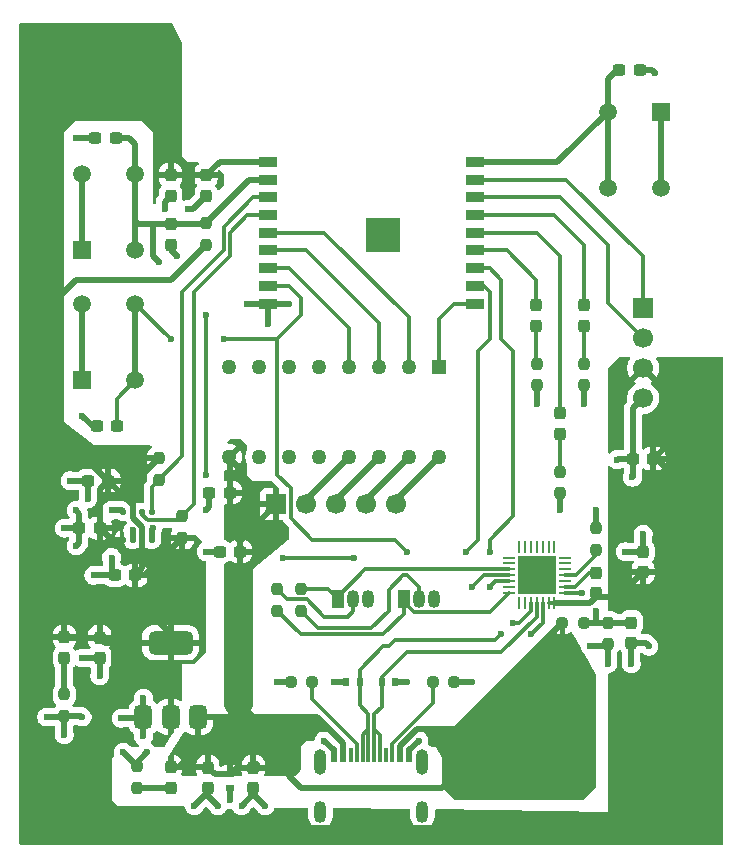
<source format=gbr>
%TF.GenerationSoftware,KiCad,Pcbnew,9.0.2*%
%TF.CreationDate,2026-02-08T22:26:42+01:00*%
%TF.ProjectId,home,686f6d65-2e6b-4696-9361-645f70636258,rev?*%
%TF.SameCoordinates,Original*%
%TF.FileFunction,Copper,L1,Top*%
%TF.FilePolarity,Positive*%
%FSLAX46Y46*%
G04 Gerber Fmt 4.6, Leading zero omitted, Abs format (unit mm)*
G04 Created by KiCad (PCBNEW 9.0.2) date 2026-02-08 22:26:42*
%MOMM*%
%LPD*%
G01*
G04 APERTURE LIST*
G04 Aperture macros list*
%AMRoundRect*
0 Rectangle with rounded corners*
0 $1 Rounding radius*
0 $2 $3 $4 $5 $6 $7 $8 $9 X,Y pos of 4 corners*
0 Add a 4 corners polygon primitive as box body*
4,1,4,$2,$3,$4,$5,$6,$7,$8,$9,$2,$3,0*
0 Add four circle primitives for the rounded corners*
1,1,$1+$1,$2,$3*
1,1,$1+$1,$4,$5*
1,1,$1+$1,$6,$7*
1,1,$1+$1,$8,$9*
0 Add four rect primitives between the rounded corners*
20,1,$1+$1,$2,$3,$4,$5,0*
20,1,$1+$1,$4,$5,$6,$7,0*
20,1,$1+$1,$6,$7,$8,$9,0*
20,1,$1+$1,$8,$9,$2,$3,0*%
G04 Aperture macros list end*
%TA.AperFunction,ComponentPad*%
%ADD10R,1.700000X1.700000*%
%TD*%
%TA.AperFunction,ComponentPad*%
%ADD11C,1.700000*%
%TD*%
%TA.AperFunction,SMDPad,CuDef*%
%ADD12RoundRect,0.237500X-0.237500X0.300000X-0.237500X-0.300000X0.237500X-0.300000X0.237500X0.300000X0*%
%TD*%
%TA.AperFunction,ComponentPad*%
%ADD13R,1.050000X1.500000*%
%TD*%
%TA.AperFunction,ComponentPad*%
%ADD14O,1.050000X1.500000*%
%TD*%
%TA.AperFunction,SMDPad,CuDef*%
%ADD15RoundRect,0.237500X0.250000X0.237500X-0.250000X0.237500X-0.250000X-0.237500X0.250000X-0.237500X0*%
%TD*%
%TA.AperFunction,SMDPad,CuDef*%
%ADD16RoundRect,0.237500X-0.237500X0.250000X-0.237500X-0.250000X0.237500X-0.250000X0.237500X0.250000X0*%
%TD*%
%TA.AperFunction,SMDPad,CuDef*%
%ADD17RoundRect,0.237500X0.237500X-0.300000X0.237500X0.300000X-0.237500X0.300000X-0.237500X-0.300000X0*%
%TD*%
%TA.AperFunction,ComponentPad*%
%ADD18R,1.270000X1.270000*%
%TD*%
%TA.AperFunction,ComponentPad*%
%ADD19C,1.270000*%
%TD*%
%TA.AperFunction,ComponentPad*%
%ADD20R,1.498600X1.498600*%
%TD*%
%TA.AperFunction,ComponentPad*%
%ADD21C,1.498600*%
%TD*%
%TA.AperFunction,SMDPad,CuDef*%
%ADD22RoundRect,0.237500X0.237500X-0.250000X0.237500X0.250000X-0.237500X0.250000X-0.237500X-0.250000X0*%
%TD*%
%TA.AperFunction,SMDPad,CuDef*%
%ADD23RoundRect,0.237500X0.300000X0.237500X-0.300000X0.237500X-0.300000X-0.237500X0.300000X-0.237500X0*%
%TD*%
%TA.AperFunction,SMDPad,CuDef*%
%ADD24R,0.609600X0.660400*%
%TD*%
%TA.AperFunction,SMDPad,CuDef*%
%ADD25RoundRect,0.375000X0.375000X-0.625000X0.375000X0.625000X-0.375000X0.625000X-0.375000X-0.625000X0*%
%TD*%
%TA.AperFunction,SMDPad,CuDef*%
%ADD26RoundRect,0.500000X1.400000X-0.500000X1.400000X0.500000X-1.400000X0.500000X-1.400000X-0.500000X0*%
%TD*%
%TA.AperFunction,SMDPad,CuDef*%
%ADD27RoundRect,0.237500X0.237500X-0.287500X0.237500X0.287500X-0.237500X0.287500X-0.237500X-0.287500X0*%
%TD*%
%TA.AperFunction,SMDPad,CuDef*%
%ADD28R,0.660400X0.609600*%
%TD*%
%TA.AperFunction,SMDPad,CuDef*%
%ADD29RoundRect,0.237500X-0.300000X-0.237500X0.300000X-0.237500X0.300000X0.237500X-0.300000X0.237500X0*%
%TD*%
%TA.AperFunction,SMDPad,CuDef*%
%ADD30RoundRect,0.125000X-0.125000X-0.137500X0.125000X-0.137500X0.125000X0.137500X-0.125000X0.137500X0*%
%TD*%
%TA.AperFunction,SMDPad,CuDef*%
%ADD31R,0.600000X1.150000*%
%TD*%
%TA.AperFunction,SMDPad,CuDef*%
%ADD32R,0.300000X1.150000*%
%TD*%
%TA.AperFunction,ComponentPad*%
%ADD33O,1.050000X2.150000*%
%TD*%
%TA.AperFunction,ComponentPad*%
%ADD34O,1.050000X1.850000*%
%TD*%
%TA.AperFunction,SMDPad,CuDef*%
%ADD35R,0.270000X0.990000*%
%TD*%
%TA.AperFunction,SMDPad,CuDef*%
%ADD36R,0.990000X0.270000*%
%TD*%
%TA.AperFunction,SMDPad,CuDef*%
%ADD37R,3.250000X3.250000*%
%TD*%
%TA.AperFunction,SMDPad,CuDef*%
%ADD38R,1.500000X0.900000*%
%TD*%
%TA.AperFunction,HeatsinkPad*%
%ADD39C,0.600000*%
%TD*%
%TA.AperFunction,HeatsinkPad*%
%ADD40R,2.900000X2.900000*%
%TD*%
%TA.AperFunction,ViaPad*%
%ADD41C,0.600000*%
%TD*%
%TA.AperFunction,Conductor*%
%ADD42C,0.500000*%
%TD*%
%TA.AperFunction,Conductor*%
%ADD43C,0.300000*%
%TD*%
G04 APERTURE END LIST*
D10*
%TO.P,J3,1,Pin_1*%
%TO.N,/SCK_display*%
X233000000Y-114380000D03*
D11*
%TO.P,J3,2,Pin_2*%
%TO.N,/SDA_display*%
X233000000Y-116920000D03*
%TO.P,J3,3,Pin_3*%
%TO.N,+3.3V*%
X233000000Y-119460000D03*
%TO.P,J3,4,Pin_4*%
%TO.N,GND*%
X233000000Y-122000000D03*
%TD*%
D12*
%TO.P,C5,1*%
%TO.N,/EN*%
X193000000Y-107275000D03*
%TO.P,C5,2*%
%TO.N,GND*%
X193000000Y-109000000D03*
%TD*%
D13*
%TO.P,Q2,1,E*%
%TO.N,/DTR*%
X212730000Y-139000000D03*
D14*
%TO.P,Q2,2,B*%
%TO.N,Net-(Q2-B)*%
X214000000Y-139000000D03*
%TO.P,Q2,3,C*%
%TO.N,/IO9*%
X215270000Y-139000000D03*
%TD*%
D15*
%TO.P,R6,1*%
%TO.N,GND*%
X217000000Y-146000000D03*
%TO.P,R6,2*%
%TO.N,Net-(J1-CC2)*%
X215175000Y-146000000D03*
%TD*%
D12*
%TO.P,C4,1*%
%TO.N,+3.3V*%
X196000000Y-103137500D03*
%TO.P,C4,2*%
%TO.N,GND*%
X196000000Y-104862500D03*
%TD*%
D16*
%TO.P,R9,1*%
%TO.N,Net-(D2-K)*%
X226000000Y-128212500D03*
%TO.P,R9,2*%
%TO.N,GND*%
X226000000Y-130037500D03*
%TD*%
D17*
%TO.P,C14,1*%
%TO.N,+3.3V*%
X229000000Y-138500000D03*
%TO.P,C14,2*%
%TO.N,Net-(U2-~{RST})*%
X229000000Y-136775000D03*
%TD*%
D18*
%TO.P,U3,1,I1*%
%TO.N,/motor1*%
X215700000Y-119380000D03*
D19*
%TO.P,U3,2,I2*%
%TO.N,/motor2*%
X213160000Y-119380000D03*
%TO.P,U3,3,I3*%
%TO.N,/motor3*%
X210620000Y-119380000D03*
%TO.P,U3,4,I4*%
%TO.N,/motor4*%
X208080000Y-119380000D03*
%TO.P,U3,5,I5*%
%TO.N,unconnected-(U3-I5-Pad5)*%
X205540000Y-119380000D03*
%TO.P,U3,6,I6*%
%TO.N,unconnected-(U3-I6-Pad6)*%
X203000000Y-119380000D03*
%TO.P,U3,7,I7*%
%TO.N,unconnected-(U3-I7-Pad7)*%
X200460000Y-119380000D03*
%TO.P,U3,8,GND*%
%TO.N,GND*%
X197920000Y-119380000D03*
%TO.P,U3,9,COM*%
%TO.N,+5V*%
X197920000Y-127000000D03*
%TO.P,U3,10,O7*%
%TO.N,unconnected-(U3-O7-Pad10)*%
X200460000Y-127000000D03*
%TO.P,U3,11,O6*%
%TO.N,unconnected-(U3-O6-Pad11)*%
X203000000Y-127000000D03*
%TO.P,U3,12,O5*%
%TO.N,unconnected-(U3-O5-Pad12)*%
X205540000Y-127000000D03*
%TO.P,U3,13,O4*%
%TO.N,Net-(J2-Pin_2)*%
X208080000Y-127000000D03*
%TO.P,U3,14,O3*%
%TO.N,Net-(J2-Pin_3)*%
X210620000Y-127000000D03*
%TO.P,U3,15,O2*%
%TO.N,Net-(J2-Pin_4)*%
X213160000Y-127000000D03*
%TO.P,U3,16,O1*%
%TO.N,Net-(J2-Pin_5)*%
X215700000Y-127000000D03*
%TD*%
D20*
%TO.P,SW4,1,1*%
%TO.N,GND*%
X185499999Y-109500001D03*
D21*
%TO.P,SW4,2,2*%
X185499999Y-103000000D03*
%TO.P,SW4,3,3*%
%TO.N,/EN*%
X190000000Y-109500001D03*
%TO.P,SW4,4,4*%
X190000000Y-103000000D03*
%TD*%
D22*
%TO.P,R15,1*%
%TO.N,GND*%
X184000000Y-148912500D03*
%TO.P,R15,2*%
%TO.N,Net-(D5-K)*%
X184000000Y-147087500D03*
%TD*%
D23*
%TO.P,C8,1*%
%TO.N,+5V*%
X198000000Y-130000000D03*
%TO.P,C8,2*%
%TO.N,GND*%
X196275000Y-130000000D03*
%TD*%
%TO.P,C10,1*%
%TO.N,+3.3V*%
X187725000Y-129000000D03*
%TO.P,C10,2*%
%TO.N,GND*%
X186000000Y-129000000D03*
%TD*%
D16*
%TO.P,R3,1*%
%TO.N,/EN*%
X196000000Y-107175000D03*
%TO.P,R3,2*%
%TO.N,+3.3V*%
X196000000Y-109000000D03*
%TD*%
D12*
%TO.P,C3,1*%
%TO.N,+3.3V*%
X193000000Y-103137500D03*
%TO.P,C3,2*%
%TO.N,GND*%
X193000000Y-104862500D03*
%TD*%
D22*
%TO.P,R13,1*%
%TO.N,/SCK*%
X192000000Y-128912500D03*
%TO.P,R13,2*%
%TO.N,+3.3V*%
X192000000Y-127087500D03*
%TD*%
D23*
%TO.P,C7,1*%
%TO.N,+5V*%
X198862500Y-135000000D03*
%TO.P,C7,2*%
%TO.N,GND*%
X197137500Y-135000000D03*
%TD*%
D24*
%TO.P,CR3,1*%
%TO.N,/USB_D+*%
X210857000Y-146000000D03*
%TO.P,CR3,2*%
%TO.N,GND*%
X212000000Y-146000000D03*
%TD*%
D12*
%TO.P,C16,1*%
%TO.N,+5V*%
X196159750Y-153275000D03*
%TO.P,C16,2*%
%TO.N,GND*%
X196159750Y-155000000D03*
%TD*%
D13*
%TO.P,Q1,1,E*%
%TO.N,/RTS*%
X207190000Y-139000000D03*
D14*
%TO.P,Q1,2,B*%
%TO.N,Net-(Q1-B)*%
X208460000Y-139000000D03*
%TO.P,Q1,3,C*%
%TO.N,/EN*%
X209730000Y-139000000D03*
%TD*%
D25*
%TO.P,U5,1,GND*%
%TO.N,GND*%
X190700000Y-148997250D03*
%TO.P,U5,2,VO*%
%TO.N,+3.3V*%
X193000000Y-148997250D03*
D26*
X193000000Y-142697250D03*
D25*
%TO.P,U5,3,VI*%
%TO.N,+5V*%
X195300000Y-148997250D03*
%TD*%
D27*
%TO.P,D3,1,K*%
%TO.N,Net-(D3-K)*%
X223975000Y-115875000D03*
%TO.P,D3,2,A*%
%TO.N,Net-(D3-A)*%
X223975000Y-114125000D03*
%TD*%
D16*
%TO.P,R11,1*%
%TO.N,Net-(Q1-B)*%
X202000000Y-138175000D03*
%TO.P,R11,2*%
%TO.N,/DTR*%
X202000000Y-140000000D03*
%TD*%
%TO.P,R14,1*%
%TO.N,/SDI*%
X194000000Y-132000000D03*
%TO.P,R14,2*%
%TO.N,+3.3V*%
X194000000Y-133825000D03*
%TD*%
D20*
%TO.P,SW1,1,1*%
%TO.N,GND*%
X234500001Y-97749999D03*
D21*
%TO.P,SW1,2,2*%
X234500001Y-104250000D03*
%TO.P,SW1,3,3*%
%TO.N,/Tastknopf1*%
X230000000Y-97749999D03*
%TO.P,SW1,4,4*%
X230000000Y-104250000D03*
%TD*%
D16*
%TO.P,R7,1*%
%TO.N,GND*%
X229000000Y-133000000D03*
%TO.P,R7,2*%
%TO.N,Net-(U2-~{SUSPEND})*%
X229000000Y-134825000D03*
%TD*%
D17*
%TO.P,C1,1*%
%TO.N,+3.3V*%
X233000000Y-136725000D03*
%TO.P,C1,2*%
%TO.N,GND*%
X233000000Y-135000000D03*
%TD*%
D12*
%TO.P,C17,1*%
%TO.N,+3.3V*%
X187000000Y-142275000D03*
%TO.P,C17,2*%
%TO.N,GND*%
X187000000Y-144000000D03*
%TD*%
%TO.P,C2,1*%
%TO.N,+5V*%
X200000000Y-153275000D03*
%TO.P,C2,2*%
%TO.N,GND*%
X200000000Y-155000000D03*
%TD*%
D16*
%TO.P,R10,1*%
%TO.N,Net-(D3-K)*%
X224000000Y-119087500D03*
%TO.P,R10,2*%
%TO.N,GND*%
X224000000Y-120912500D03*
%TD*%
D22*
%TO.P,R5,1*%
%TO.N,GND*%
X230000000Y-142825000D03*
%TO.P,R5,2*%
%TO.N,Net-(U2-VBUS)*%
X230000000Y-141000000D03*
%TD*%
D20*
%TO.P,SW2,1,1*%
%TO.N,GND*%
X185499999Y-120500001D03*
D21*
%TO.P,SW2,2,2*%
X185499999Y-114000000D03*
%TO.P,SW2,3,3*%
%TO.N,/IO9*%
X190000000Y-120500001D03*
%TO.P,SW2,4,4*%
X190000000Y-114000000D03*
%TD*%
D23*
%TO.P,C12,1*%
%TO.N,GND*%
X232725000Y-94250000D03*
%TO.P,C12,2*%
%TO.N,/Tastknopf1*%
X231000000Y-94250000D03*
%TD*%
D10*
%TO.P,J2,1,Pin_1*%
%TO.N,+5V*%
X201950000Y-130975000D03*
D11*
%TO.P,J2,2,Pin_2*%
%TO.N,Net-(J2-Pin_2)*%
X204490000Y-130975000D03*
%TO.P,J2,3,Pin_3*%
%TO.N,Net-(J2-Pin_3)*%
X207030000Y-130975000D03*
%TO.P,J2,4,Pin_4*%
%TO.N,Net-(J2-Pin_4)*%
X209570000Y-130975000D03*
%TO.P,J2,5,Pin_5*%
%TO.N,Net-(J2-Pin_5)*%
X212110000Y-130975000D03*
%TD*%
D27*
%TO.P,D4,1,K*%
%TO.N,Net-(D4-K)*%
X193000000Y-155000000D03*
%TO.P,D4,2,A*%
%TO.N,+5V*%
X193000000Y-153250000D03*
%TD*%
D15*
%TO.P,R4,1*%
%TO.N,Net-(U2-VBUS)*%
X228000000Y-141000000D03*
%TO.P,R4,2*%
%TO.N,+5V*%
X226175000Y-141000000D03*
%TD*%
D12*
%TO.P,C6,1*%
%TO.N,Net-(U2-VBUS)*%
X232000000Y-141000000D03*
%TO.P,C6,2*%
%TO.N,GND*%
X232000000Y-142725000D03*
%TD*%
D28*
%TO.P,CR1,1*%
%TO.N,+5V*%
X198000000Y-153857000D03*
%TO.P,CR1,2*%
%TO.N,GND*%
X198000000Y-155000000D03*
%TD*%
D22*
%TO.P,R16,1*%
%TO.N,Net-(D4-K)*%
X190140250Y-155002750D03*
%TO.P,R16,2*%
%TO.N,GND*%
X190140250Y-153177750D03*
%TD*%
D29*
%TO.P,C15,1*%
%TO.N,GND*%
X186637500Y-100000000D03*
%TO.P,C15,2*%
%TO.N,/EN*%
X188362500Y-100000000D03*
%TD*%
D23*
%TO.P,C9,1*%
%TO.N,+3.3V*%
X187000000Y-133000000D03*
%TO.P,C9,2*%
%TO.N,GND*%
X185275000Y-133000000D03*
%TD*%
%TO.P,C18,1*%
%TO.N,+3.3V*%
X233862500Y-127137500D03*
%TO.P,C18,2*%
%TO.N,GND*%
X232137500Y-127137500D03*
%TD*%
D30*
%TO.P,U4,1,GND*%
%TO.N,GND*%
X189000000Y-131625000D03*
%TO.P,U4,2,CSB*%
%TO.N,+3.3V*%
X189800000Y-131625000D03*
%TO.P,U4,3,SDI*%
%TO.N,/SDI*%
X190600000Y-131625000D03*
%TO.P,U4,4,SCK*%
%TO.N,/SCK*%
X191400000Y-131625000D03*
%TO.P,U4,5,SDO*%
%TO.N,GND*%
X191400000Y-134000000D03*
%TO.P,U4,6,VDDIO*%
%TO.N,+3.3V*%
X190600000Y-134000000D03*
%TO.P,U4,7,GND*%
%TO.N,GND*%
X189800000Y-134000000D03*
%TO.P,U4,8,VDD*%
%TO.N,+3.3V*%
X189000000Y-134000000D03*
%TD*%
D29*
%TO.P,C13,1*%
%TO.N,GND*%
X186739400Y-124400001D03*
%TO.P,C13,2*%
%TO.N,/IO9*%
X188464400Y-124400001D03*
%TD*%
D31*
%TO.P,J1,A1_B12,GND*%
%TO.N,GND*%
X206800000Y-152255000D03*
%TO.P,J1,A4_B9,VBUS*%
%TO.N,+5V*%
X207600000Y-152255000D03*
D32*
%TO.P,J1,A5,CC1*%
%TO.N,Net-(J1-CC1)*%
X208750000Y-152255000D03*
%TO.P,J1,A6,DP1*%
%TO.N,/USB_D-*%
X209750000Y-152255000D03*
%TO.P,J1,A7,DN1*%
%TO.N,/USB_D+*%
X210250000Y-152255000D03*
%TO.P,J1,A8,SBU1*%
%TO.N,unconnected-(J1-SBU1-PadA8)*%
X211250000Y-152255000D03*
D31*
%TO.P,J1,B1_A12,GND__1*%
%TO.N,GND*%
X213200000Y-152255000D03*
%TO.P,J1,B4_A9,VBUS__1*%
%TO.N,+5V*%
X212400000Y-152255000D03*
D32*
%TO.P,J1,B5,CC2*%
%TO.N,Net-(J1-CC2)*%
X211750000Y-152255000D03*
%TO.P,J1,B6,DP2*%
%TO.N,/USB_D+*%
X210750000Y-152255000D03*
%TO.P,J1,B7,DN2*%
%TO.N,/USB_D-*%
X209250000Y-152255000D03*
%TO.P,J1,B8,SBU2*%
%TO.N,unconnected-(J1-SBU2-PadB8)*%
X208250000Y-152255000D03*
D33*
%TO.P,J1,SH1,SHIELD*%
%TO.N,GND*%
X205680000Y-152820000D03*
%TO.P,J1,SH2,SHIELD__1*%
X214320000Y-152820000D03*
D34*
%TO.P,J1,SH3,SHIELD__2*%
X205680000Y-157000000D03*
%TO.P,J1,SH4,SHIELD__3*%
X214320000Y-157000000D03*
%TD*%
D35*
%TO.P,U2,1,~{DCD}*%
%TO.N,unconnected-(U2-~{DCD}-Pad1)*%
X222500000Y-139360000D03*
%TO.P,U2,2,~{RI}/CLK*%
%TO.N,unconnected-(U2-~{RI}{slash}CLK-Pad2)*%
X223000000Y-139360000D03*
%TO.P,U2,3,GND*%
%TO.N,GND*%
X223500000Y-139360000D03*
%TO.P,U2,4,D+*%
%TO.N,/USB_D+*%
X224000000Y-139360000D03*
%TO.P,U2,5,D-*%
%TO.N,/USB_D-*%
X224500000Y-139360000D03*
%TO.P,U2,6,VDD*%
%TO.N,+3.3V*%
X225000000Y-139360000D03*
%TO.P,U2,7,VREGIN*%
X225500000Y-139360000D03*
D36*
%TO.P,U2,8,VBUS*%
%TO.N,Net-(U2-VBUS)*%
X226360000Y-138500000D03*
%TO.P,U2,9,~{RST}*%
%TO.N,Net-(U2-~{RST})*%
X226360000Y-138000000D03*
%TO.P,U2,10,NC*%
%TO.N,unconnected-(U2-NC-Pad10)*%
X226360000Y-137500000D03*
%TO.P,U2,11,~{SUSPEND}*%
%TO.N,Net-(U2-~{SUSPEND})*%
X226360000Y-137000000D03*
%TO.P,U2,12,SUSPEND*%
%TO.N,unconnected-(U2-SUSPEND-Pad12)*%
X226360000Y-136500000D03*
%TO.P,U2,13,CHREN*%
%TO.N,unconnected-(U2-CHREN-Pad13)*%
X226360000Y-136000000D03*
%TO.P,U2,14,CHR1*%
%TO.N,unconnected-(U2-CHR1-Pad14)*%
X226360000Y-135500000D03*
D35*
%TO.P,U2,15,CHR0*%
%TO.N,unconnected-(U2-CHR0-Pad15)*%
X225500000Y-134640000D03*
%TO.P,U2,16,~{WAKEUP}/GPIO.3*%
%TO.N,unconnected-(U2-~{WAKEUP}{slash}GPIO.3-Pad16)*%
X225000000Y-134640000D03*
%TO.P,U2,17,RS485/GPIO.2*%
%TO.N,unconnected-(U2-RS485{slash}GPIO.2-Pad17)*%
X224500000Y-134640000D03*
%TO.P,U2,18,~{RXT}/GPIO.1*%
%TO.N,unconnected-(U2-~{RXT}{slash}GPIO.1-Pad18)*%
X224000000Y-134640000D03*
%TO.P,U2,19,~{TXT}/GPIO.0*%
%TO.N,unconnected-(U2-~{TXT}{slash}GPIO.0-Pad19)*%
X223500000Y-134640000D03*
%TO.P,U2,20,GPIO.6*%
%TO.N,unconnected-(U2-GPIO.6-Pad20)*%
X223000000Y-134640000D03*
%TO.P,U2,21,GPIO.5*%
%TO.N,unconnected-(U2-GPIO.5-Pad21)*%
X222500000Y-134640000D03*
D36*
%TO.P,U2,22,GPIO.4*%
%TO.N,unconnected-(U2-GPIO.4-Pad22)*%
X221640000Y-135500000D03*
%TO.P,U2,23,~{CTS}*%
%TO.N,unconnected-(U2-~{CTS}-Pad23)*%
X221640000Y-136000000D03*
%TO.P,U2,24,~{RTS}*%
%TO.N,/RTS*%
X221640000Y-136500000D03*
%TO.P,U2,25,RXD*%
%TO.N,/RXD*%
X221640000Y-137000000D03*
%TO.P,U2,26,TXD*%
%TO.N,/TXD*%
X221640000Y-137500000D03*
%TO.P,U2,27,~{DSR}*%
%TO.N,unconnected-(U2-~{DSR}-Pad27)*%
X221640000Y-138000000D03*
%TO.P,U2,28,~{DTR}*%
%TO.N,/DTR*%
X221640000Y-138500000D03*
D37*
%TO.P,U2,29,GND*%
%TO.N,GND*%
X224000000Y-137000000D03*
%TD*%
D16*
%TO.P,R8,1*%
%TO.N,Net-(D1-K)*%
X228000000Y-119087500D03*
%TO.P,R8,2*%
%TO.N,GND*%
X228000000Y-120912500D03*
%TD*%
D24*
%TO.P,CR2,1*%
%TO.N,/USB_D-*%
X209000000Y-146000000D03*
%TO.P,CR2,2*%
%TO.N,GND*%
X207857000Y-146000000D03*
%TD*%
D15*
%TO.P,R2,1*%
%TO.N,Net-(J1-CC1)*%
X205000000Y-146000000D03*
%TO.P,R2,2*%
%TO.N,GND*%
X203175000Y-146000000D03*
%TD*%
D38*
%TO.P,U1,1,3V3*%
%TO.N,+3.3V*%
X201250000Y-102000000D03*
%TO.P,U1,2,EN*%
%TO.N,/EN*%
X201250000Y-103500000D03*
%TO.P,U1,3,IO4*%
%TO.N,/SCK*%
X201250000Y-105000000D03*
%TO.P,U1,4,IO5*%
%TO.N,/SDI*%
X201250000Y-106500000D03*
%TO.P,U1,5,IO6*%
%TO.N,/motor2*%
X201250000Y-108000000D03*
%TO.P,U1,6,IO7*%
%TO.N,/motor3*%
X201250000Y-109500000D03*
%TO.P,U1,7,IO8*%
%TO.N,/motor4*%
X201250000Y-111000000D03*
%TO.P,U1,8,IO9*%
%TO.N,/IO9*%
X201250000Y-112500000D03*
%TO.P,U1,9,GND*%
%TO.N,GND*%
X201250000Y-114000000D03*
%TO.P,U1,10,IO10*%
%TO.N,/motor1*%
X218750000Y-114000000D03*
%TO.P,U1,11,IO20/RXD*%
%TO.N,/RXD*%
X218750000Y-112500000D03*
%TO.P,U1,12,IO21/TXD*%
%TO.N,/TXD*%
X218750000Y-111000000D03*
%TO.P,U1,13,IO18*%
%TO.N,Net-(D3-A)*%
X218750000Y-109500000D03*
%TO.P,U1,14,IO19*%
%TO.N,Net-(D2-A)*%
X218750000Y-108000000D03*
%TO.P,U1,15,IO3*%
%TO.N,Net-(D1-A)*%
X218750000Y-106500000D03*
%TO.P,U1,16,IO2*%
%TO.N,/SDA_display*%
X218750000Y-105000000D03*
%TO.P,U1,17,IO1*%
%TO.N,/SCK_display*%
X218750000Y-103500000D03*
%TO.P,U1,18,IO0*%
%TO.N,/Tastknopf1*%
X218750000Y-102000000D03*
D39*
%TO.P,U1,19,GND*%
%TO.N,GND*%
X209860000Y-107650000D03*
X209860000Y-108750000D03*
X210410000Y-107100000D03*
X210410000Y-108200000D03*
X210410000Y-109300000D03*
X210960000Y-107650000D03*
D40*
X210960000Y-108200000D03*
D39*
X210960000Y-108750000D03*
X211510000Y-107100000D03*
X211510000Y-108200000D03*
X211510000Y-109300000D03*
X212060000Y-107650000D03*
X212060000Y-108750000D03*
%TD*%
D16*
%TO.P,R12,1*%
%TO.N,/RTS*%
X204000000Y-138175000D03*
%TO.P,R12,2*%
%TO.N,Net-(Q2-B)*%
X204000000Y-140000000D03*
%TD*%
D27*
%TO.P,D5,1,K*%
%TO.N,Net-(D5-K)*%
X184000000Y-144000000D03*
%TO.P,D5,2,A*%
%TO.N,+3.3V*%
X184000000Y-142250000D03*
%TD*%
%TO.P,D1,1,K*%
%TO.N,Net-(D1-K)*%
X228000000Y-115875000D03*
%TO.P,D1,2,A*%
%TO.N,Net-(D1-A)*%
X228000000Y-114125000D03*
%TD*%
D23*
%TO.P,C11,1*%
%TO.N,+3.3V*%
X190000000Y-137000000D03*
%TO.P,C11,2*%
%TO.N,GND*%
X188275000Y-137000000D03*
%TD*%
D27*
%TO.P,D2,1,K*%
%TO.N,Net-(D2-K)*%
X226000000Y-125000000D03*
%TO.P,D2,2,A*%
%TO.N,Net-(D2-A)*%
X226000000Y-123250000D03*
%TD*%
D41*
%TO.N,GND*%
X184500000Y-129000000D03*
X233500000Y-143000000D03*
X199000000Y-156500000D03*
X188800000Y-149100000D03*
X189800000Y-133200000D03*
X230800000Y-127200000D03*
X232000000Y-144500000D03*
X191000000Y-152000000D03*
X218500000Y-146000000D03*
X231500000Y-135000000D03*
X201000000Y-156500000D03*
X187000000Y-145500000D03*
X224000000Y-122500000D03*
X224000000Y-137000000D03*
X190700000Y-150600000D03*
X228000000Y-122500000D03*
X225000000Y-136000000D03*
X196000000Y-131500000D03*
X194500000Y-106000000D03*
X229000000Y-131500000D03*
X186000000Y-130500000D03*
X198000000Y-156000000D03*
X185500000Y-123500000D03*
X230000000Y-144500000D03*
X234000000Y-94500000D03*
X196000000Y-135000000D03*
X202000000Y-146000000D03*
X189000000Y-152000000D03*
X206000000Y-151000000D03*
X213000000Y-146000000D03*
X185000000Y-134500000D03*
X185000000Y-100000000D03*
X195000000Y-156500000D03*
X190700000Y-147400000D03*
X185500000Y-149000000D03*
X225000000Y-138000000D03*
X182500000Y-149000000D03*
X233000000Y-133500000D03*
X203000000Y-114000000D03*
X191500000Y-133000000D03*
X226000000Y-131500000D03*
X214000000Y-151000000D03*
X206800000Y-146000000D03*
X186500000Y-137000000D03*
X228500000Y-143000000D03*
X232100000Y-128700000D03*
X184000000Y-133000000D03*
X185000000Y-131500000D03*
X223000000Y-136000000D03*
X201250000Y-115750000D03*
X185500000Y-144000000D03*
X197000000Y-156500000D03*
X184000000Y-150500000D03*
X188000000Y-135500000D03*
X188000000Y-131500000D03*
X193500000Y-110000000D03*
X222000000Y-141000000D03*
X192500000Y-106000000D03*
X199500000Y-114000000D03*
X223000000Y-138000000D03*
%TO.N,/EN*%
X192000000Y-110500000D03*
X202500000Y-135500000D03*
X196000000Y-115000000D03*
X196000000Y-128500000D03*
X208500000Y-135500000D03*
%TO.N,Net-(U2-VBUS)*%
X229000000Y-140000000D03*
X227800000Y-138501000D03*
%TO.N,/IO9*%
X193000000Y-117000000D03*
X213000000Y-135000000D03*
X197500000Y-117000000D03*
%TO.N,/USB_D-*%
X223500000Y-142000000D03*
X221000000Y-142000000D03*
%TO.N,/RXD*%
X218500000Y-138000000D03*
X218000000Y-135000000D03*
%TO.N,/TXD*%
X220000000Y-138000000D03*
X220000000Y-135000000D03*
%TD*%
D42*
%TO.N,GND*%
X190700000Y-150600000D02*
X190700000Y-148997250D01*
X206800000Y-152255000D02*
X206800000Y-151800000D01*
X196159750Y-155340250D02*
X195000000Y-156500000D01*
X186739400Y-124400001D02*
X186400001Y-124400001D01*
X186000000Y-130500000D02*
X186000000Y-129000000D01*
X206800000Y-146000000D02*
X207857000Y-146000000D01*
X182500000Y-149000000D02*
X183912500Y-149000000D01*
X213200000Y-151800000D02*
X214000000Y-151000000D01*
X196000000Y-135000000D02*
X197137500Y-135000000D01*
X190140250Y-153177750D02*
X190140250Y-152859750D01*
D43*
X223500000Y-139360000D02*
X223500000Y-140000000D01*
D42*
X228500000Y-143000000D02*
X229825000Y-143000000D01*
X184000000Y-133000000D02*
X185275000Y-133000000D01*
X233000000Y-122000000D02*
X232137500Y-122862500D01*
X193000000Y-109500000D02*
X193500000Y-110000000D01*
X188000000Y-136725000D02*
X188275000Y-137000000D01*
D43*
X222500000Y-141000000D02*
X222000000Y-141000000D01*
D42*
X232725000Y-94250000D02*
X233750000Y-94250000D01*
X201250000Y-115750000D02*
X201250000Y-114000000D01*
X206800000Y-151800000D02*
X206000000Y-151000000D01*
X194862500Y-106000000D02*
X196000000Y-104862500D01*
X190597250Y-149100000D02*
X190700000Y-148997250D01*
X196275000Y-130000000D02*
X196275000Y-131225000D01*
X203000000Y-114000000D02*
X201250000Y-114000000D01*
X188875000Y-131500000D02*
X189000000Y-131625000D01*
X200000000Y-155000000D02*
X200000000Y-155500000D01*
X184500000Y-129000000D02*
X186000000Y-129000000D01*
X190700000Y-147400000D02*
X190700000Y-148997250D01*
X188000000Y-131500000D02*
X188875000Y-131500000D01*
X196159750Y-155659750D02*
X197000000Y-156500000D01*
X228000000Y-120912500D02*
X228000000Y-122500000D01*
X232137500Y-127137500D02*
X232137500Y-128662500D01*
X187000000Y-144000000D02*
X187000000Y-145500000D01*
X226000000Y-130037500D02*
X226000000Y-131500000D01*
X233225000Y-142725000D02*
X233500000Y-143000000D01*
X229825000Y-143000000D02*
X230000000Y-142825000D01*
X200000000Y-155500000D02*
X201000000Y-156500000D01*
X196159750Y-155000000D02*
X196159750Y-155659750D01*
D43*
X223500000Y-140000000D02*
X222500000Y-141000000D01*
D42*
X192500000Y-106000000D02*
X192500000Y-105362500D01*
X233000000Y-135000000D02*
X233000000Y-133500000D01*
X199500000Y-114000000D02*
X201250000Y-114000000D01*
X184000000Y-148912500D02*
X185412500Y-148912500D01*
X190140250Y-152859750D02*
X191000000Y-152000000D01*
X185499999Y-114000000D02*
X185499999Y-120500001D01*
X185275000Y-133000000D02*
X185275000Y-134225000D01*
X190140250Y-153177750D02*
X190140250Y-153140250D01*
X185275000Y-131775000D02*
X185000000Y-131500000D01*
X232137500Y-122862500D02*
X232137500Y-127137500D01*
X185412500Y-148912500D02*
X185500000Y-149000000D01*
X196275000Y-131225000D02*
X196000000Y-131500000D01*
X186400001Y-124400001D02*
X185500000Y-123500000D01*
X184000000Y-148912500D02*
X184000000Y-150500000D01*
X233750000Y-94250000D02*
X234000000Y-94500000D01*
X231500000Y-135000000D02*
X233000000Y-135000000D01*
X186637500Y-100000000D02*
X185000000Y-100000000D01*
X185275000Y-134225000D02*
X185000000Y-134500000D01*
X213200000Y-152255000D02*
X213200000Y-151800000D01*
X230000000Y-142825000D02*
X230000000Y-144500000D01*
X188800000Y-149100000D02*
X190597250Y-149100000D01*
X193000000Y-109000000D02*
X193000000Y-109500000D01*
X185275000Y-133000000D02*
X185275000Y-131775000D01*
X217000000Y-146000000D02*
X218500000Y-146000000D01*
X191400000Y-134000000D02*
X191400000Y-133100000D01*
X192500000Y-105362500D02*
X193000000Y-104862500D01*
X185499999Y-103000000D02*
X185499999Y-109500001D01*
X189800000Y-133200000D02*
X189800000Y-134000000D01*
X200000000Y-155500000D02*
X199000000Y-156500000D01*
X194500000Y-106000000D02*
X194862500Y-106000000D01*
X230862500Y-127137500D02*
X230800000Y-127200000D01*
X232137500Y-128662500D02*
X232100000Y-128700000D01*
X188000000Y-135500000D02*
X188000000Y-136725000D01*
X196159750Y-155000000D02*
X196159750Y-155340250D01*
X232000000Y-142725000D02*
X232000000Y-144500000D01*
X224000000Y-120912500D02*
X224000000Y-122500000D01*
X212000000Y-146000000D02*
X213000000Y-146000000D01*
X185500000Y-144000000D02*
X187000000Y-144000000D01*
X202000000Y-146000000D02*
X203175000Y-146000000D01*
X191400000Y-133100000D02*
X191500000Y-133000000D01*
X183912500Y-149000000D02*
X184000000Y-148912500D01*
X229000000Y-131500000D02*
X229000000Y-133000000D01*
X234500001Y-97749999D02*
X234500001Y-104250000D01*
X232137500Y-127137500D02*
X230862500Y-127137500D01*
X188275000Y-137000000D02*
X186500000Y-137000000D01*
X198000000Y-155000000D02*
X198000000Y-156000000D01*
X232000000Y-142725000D02*
X233225000Y-142725000D01*
X190140250Y-153140250D02*
X189000000Y-152000000D01*
%TO.N,+3.3V*%
X234137500Y-127137500D02*
X236000000Y-129000000D01*
X235275000Y-136725000D02*
X233000000Y-136725000D01*
X182000000Y-115000000D02*
X185000000Y-112000000D01*
X187000000Y-142275000D02*
X184025000Y-142275000D01*
X187725000Y-129000000D02*
X182000000Y-123275000D01*
X190426000Y-158426000D02*
X233574000Y-158426000D01*
D43*
X225000000Y-139360000D02*
X225500000Y-139360000D01*
D42*
X189000000Y-142697250D02*
X187422250Y-142697250D01*
X190000000Y-139000000D02*
X190000000Y-137000000D01*
X190000000Y-137000000D02*
X190000000Y-136000000D01*
X182000000Y-123275000D02*
X182000000Y-115000000D01*
X185000000Y-157000000D02*
X186000000Y-158000000D01*
X233574000Y-158426000D02*
X236000000Y-156000000D01*
X193000000Y-148997250D02*
X193000000Y-142697250D01*
X236000000Y-122460000D02*
X233000000Y-119460000D01*
X190000000Y-137000000D02*
X190825000Y-137000000D01*
X187725000Y-129000000D02*
X190087500Y-129000000D01*
X189800000Y-131625000D02*
X189800000Y-132137925D01*
X236000000Y-129000000D02*
X236000000Y-136000000D01*
X190000000Y-136000000D02*
X187000000Y-133000000D01*
X184025000Y-142275000D02*
X184000000Y-142250000D01*
X182000000Y-98000000D02*
X183000000Y-97000000D01*
X185000000Y-112000000D02*
X193000000Y-112000000D01*
X190000000Y-158000000D02*
X190426000Y-158426000D01*
X190600000Y-136400000D02*
X190600000Y-134000000D01*
X187000000Y-133000000D02*
X187000000Y-129725000D01*
X189000000Y-142697250D02*
X189000000Y-147000000D01*
X189000000Y-147000000D02*
X185000000Y-151000000D01*
X229000000Y-138825000D02*
X228465000Y-139360000D01*
X186000000Y-158000000D02*
X190000000Y-158000000D01*
X193000000Y-99000000D02*
X193000000Y-103137500D01*
X236000000Y-125000000D02*
X236000000Y-122460000D01*
X229000000Y-138825000D02*
X230900000Y-138825000D01*
X193000000Y-112000000D02*
X196000000Y-109000000D01*
X196000000Y-103137500D02*
X193000000Y-103137500D01*
X230900000Y-138825000D02*
X233000000Y-136725000D01*
X185000000Y-151000000D02*
X185000000Y-157000000D01*
X189800000Y-132137925D02*
X190600000Y-132937925D01*
X182000000Y-115000000D02*
X182000000Y-98000000D01*
X197137500Y-102000000D02*
X196000000Y-103137500D01*
X191000000Y-97000000D02*
X193000000Y-99000000D01*
X236000000Y-156000000D02*
X236000000Y-136000000D01*
X187422250Y-142697250D02*
X187000000Y-142275000D01*
X228465000Y-139360000D02*
X225500000Y-139360000D01*
X187000000Y-129725000D02*
X187725000Y-129000000D01*
X189800000Y-131625000D02*
X189800000Y-131075000D01*
X236000000Y-136000000D02*
X235275000Y-136725000D01*
X190600000Y-132937925D02*
X190600000Y-134000000D01*
X201250000Y-102000000D02*
X197137500Y-102000000D01*
X193000000Y-142697250D02*
X193000000Y-142000000D01*
X190087500Y-129000000D02*
X192000000Y-127087500D01*
X190000000Y-137000000D02*
X190600000Y-136400000D01*
X189800000Y-131075000D02*
X187725000Y-129000000D01*
X193000000Y-142000000D02*
X190000000Y-139000000D01*
X233862500Y-127137500D02*
X236000000Y-125000000D01*
X193000000Y-142697250D02*
X189000000Y-142697250D01*
X233862500Y-127137500D02*
X234137500Y-127137500D01*
X190825000Y-137000000D02*
X194000000Y-133825000D01*
X183000000Y-97000000D02*
X191000000Y-97000000D01*
%TO.N,+5V*%
X195300000Y-148997250D02*
X200000000Y-148997250D01*
X207600000Y-151180000D02*
X206420000Y-150000000D01*
X212400000Y-151449942D02*
X212400000Y-152255000D01*
X195300000Y-151700000D02*
X195300000Y-148997250D01*
X193000000Y-153250000D02*
X193750000Y-153250000D01*
X200000000Y-153275000D02*
X198582000Y-153275000D01*
X213849942Y-150000000D02*
X212400000Y-151449942D01*
X200000000Y-148997250D02*
X205417250Y-148997250D01*
X217175000Y-150000000D02*
X226175000Y-141000000D01*
X198862500Y-134062500D02*
X201950000Y-130975000D01*
X217000000Y-151000000D02*
X216000000Y-150000000D01*
X203000000Y-153000000D02*
X202000000Y-153000000D01*
X217000000Y-154000000D02*
X217000000Y-151000000D01*
X198862500Y-134062500D02*
X198000000Y-133200000D01*
X204000000Y-150000000D02*
X203000000Y-151000000D01*
X198000000Y-133200000D02*
X198000000Y-130000000D01*
X198000000Y-153857000D02*
X196741750Y-153857000D01*
X201725000Y-153275000D02*
X200000000Y-153275000D01*
X198862500Y-147862500D02*
X198862500Y-135000000D01*
X196134750Y-153250000D02*
X196159750Y-153275000D01*
X196741750Y-153857000D02*
X196159750Y-153275000D01*
X200000000Y-148997250D02*
X199997250Y-148997250D01*
X216000000Y-155000000D02*
X217000000Y-154000000D01*
X204000000Y-155000000D02*
X216000000Y-155000000D01*
X207600000Y-152255000D02*
X207600000Y-151180000D01*
X216000000Y-150000000D02*
X217175000Y-150000000D01*
X199997250Y-148997250D02*
X198862500Y-147862500D01*
X193000000Y-153250000D02*
X196134750Y-153250000D01*
X193750000Y-153250000D02*
X195300000Y-151700000D01*
X206420000Y-150000000D02*
X204000000Y-150000000D01*
X200275000Y-153000000D02*
X200000000Y-153275000D01*
X203000000Y-154000000D02*
X204000000Y-155000000D01*
X202000000Y-153000000D02*
X201725000Y-153275000D01*
X203000000Y-153000000D02*
X203000000Y-154000000D01*
X198862500Y-135000000D02*
X198862500Y-134062500D01*
X198000000Y-130000000D02*
X198000000Y-127080000D01*
X198582000Y-153275000D02*
X198000000Y-153857000D01*
X205417250Y-148997250D02*
X206420000Y-150000000D01*
X198000000Y-127080000D02*
X197920000Y-127000000D01*
X203000000Y-151000000D02*
X203000000Y-153000000D01*
X216000000Y-150000000D02*
X213849942Y-150000000D01*
%TO.N,/EN*%
X190000000Y-107000000D02*
X190275000Y-107275000D01*
X188362500Y-100000000D02*
X189500000Y-100000000D01*
X190000000Y-103000000D02*
X190000000Y-107000000D01*
X191500000Y-110000000D02*
X192000000Y-110500000D01*
X193000000Y-107275000D02*
X195900000Y-107275000D01*
X189500000Y-100000000D02*
X190000000Y-100500000D01*
X196000000Y-107175000D02*
X199675000Y-103500000D01*
D43*
X208500000Y-135500000D02*
X202500000Y-135500000D01*
D42*
X190275000Y-107275000D02*
X191500000Y-107275000D01*
X199675000Y-103500000D02*
X201250000Y-103500000D01*
X191500000Y-107275000D02*
X191500000Y-110000000D01*
D43*
X196000000Y-128500000D02*
X196000000Y-115000000D01*
D42*
X190000000Y-100500000D02*
X190000000Y-103000000D01*
X195900000Y-107275000D02*
X196000000Y-107175000D01*
X191500000Y-107275000D02*
X193000000Y-107275000D01*
X190000000Y-107000000D02*
X190000000Y-109500001D01*
D43*
%TO.N,Net-(U2-VBUS)*%
X227567480Y-138501000D02*
X227800000Y-138501000D01*
D42*
X229000000Y-141000000D02*
X229000000Y-140000000D01*
D43*
X226360000Y-138500000D02*
X227566480Y-138500000D01*
D42*
X229000000Y-141000000D02*
X230000000Y-141000000D01*
X230000000Y-141000000D02*
X232000000Y-141000000D01*
D43*
X227566480Y-138500000D02*
X227567480Y-138501000D01*
D42*
X228000000Y-141000000D02*
X229000000Y-141000000D01*
%TO.N,/Tastknopf1*%
X230000000Y-104250000D02*
X230000000Y-97749999D01*
X230750000Y-94250000D02*
X230000000Y-95000000D01*
X230000000Y-95000000D02*
X230000000Y-97749999D01*
X218750000Y-102000000D02*
X225749999Y-102000000D01*
X231000000Y-94250000D02*
X230750000Y-94250000D01*
X225749999Y-102000000D02*
X230000000Y-97749999D01*
%TO.N,/IO9*%
X190000000Y-114000000D02*
X190000000Y-120500001D01*
D43*
X205000000Y-134000000D02*
X212000000Y-134000000D01*
X202250000Y-116750000D02*
X204000000Y-115000000D01*
X188464400Y-122035601D02*
X190000000Y-120500001D01*
X203151000Y-129651000D02*
X203151000Y-132151000D01*
X201250000Y-112500000D02*
X203000000Y-112500000D01*
X212000000Y-134000000D02*
X213000000Y-135000000D01*
X188464400Y-124400001D02*
X188464400Y-122035601D01*
X202014000Y-116986000D02*
X202014000Y-128514000D01*
X202250000Y-116750000D02*
X202014000Y-116986000D01*
X202014000Y-128514000D02*
X203151000Y-129651000D01*
X193000000Y-117000000D02*
X190000000Y-114000000D01*
X203000000Y-112500000D02*
X204000000Y-113500000D01*
X203151000Y-132151000D02*
X205000000Y-134000000D01*
X204000000Y-113500000D02*
X204000000Y-115000000D01*
X202000000Y-117000000D02*
X202250000Y-116750000D01*
X197500000Y-117000000D02*
X202000000Y-117000000D01*
%TO.N,/USB_D+*%
X224000000Y-140500000D02*
X224000000Y-139360000D01*
X210857000Y-146000000D02*
X210857000Y-145643000D01*
X210250000Y-148750000D02*
X210857000Y-148143000D01*
X210857000Y-145643000D02*
X213000000Y-143500000D01*
X210250000Y-150000000D02*
X210250000Y-148750000D01*
X210750000Y-152255000D02*
X210750000Y-150500000D01*
X210750000Y-150500000D02*
X210250000Y-150000000D01*
X213000000Y-143500000D02*
X221000000Y-143500000D01*
X210250000Y-152255000D02*
X210250000Y-150000000D01*
X221000000Y-143500000D02*
X224000000Y-140500000D01*
X210857000Y-148143000D02*
X210857000Y-146000000D01*
%TO.N,/USB_D-*%
X224500000Y-139360000D02*
X224500000Y-141000000D01*
X209250000Y-150500000D02*
X209750000Y-150000000D01*
X212000000Y-142500000D02*
X211500000Y-143000000D01*
X209000000Y-148000000D02*
X209000000Y-146000000D01*
X209750000Y-152255000D02*
X209750000Y-150000000D01*
X211500000Y-143000000D02*
X211000000Y-143000000D01*
X209250000Y-152255000D02*
X209250000Y-150500000D01*
X211000000Y-143000000D02*
X209000000Y-145000000D01*
X220500000Y-142500000D02*
X212000000Y-142500000D01*
X209750000Y-148750000D02*
X209000000Y-148000000D01*
X224500000Y-141000000D02*
X223500000Y-142000000D01*
X221000000Y-142000000D02*
X220500000Y-142500000D01*
X209000000Y-145000000D02*
X209000000Y-146000000D01*
X209750000Y-150000000D02*
X209750000Y-148750000D01*
%TO.N,Net-(D1-K)*%
X227975000Y-118975000D02*
X228000000Y-119000000D01*
X227975000Y-115787500D02*
X227975000Y-118975000D01*
%TO.N,Net-(D1-A)*%
X228000000Y-109000000D02*
X225500000Y-106500000D01*
X225500000Y-106500000D02*
X218750000Y-106500000D01*
X228000000Y-114125000D02*
X228000000Y-109000000D01*
%TO.N,Net-(D2-A)*%
X218750000Y-108000000D02*
X224000000Y-108000000D01*
X224000000Y-108000000D02*
X226000000Y-110000000D01*
X226000000Y-110000000D02*
X226000000Y-123250000D01*
%TO.N,Net-(D2-K)*%
X226000000Y-128212500D02*
X226000000Y-125000000D01*
%TO.N,Net-(D3-K)*%
X223975000Y-119062500D02*
X224000000Y-119087500D01*
X223975000Y-115875000D02*
X223975000Y-119062500D01*
%TO.N,Net-(D3-A)*%
X221500000Y-109500000D02*
X218750000Y-109500000D01*
X223975000Y-114125000D02*
X223975000Y-111975000D01*
X223975000Y-111975000D02*
X221500000Y-109500000D01*
D42*
%TO.N,Net-(D4-K)*%
X192997250Y-155002750D02*
X193000000Y-155000000D01*
X190140250Y-155002750D02*
X192997250Y-155002750D01*
%TO.N,Net-(D5-K)*%
X184000000Y-144000000D02*
X184000000Y-147087500D01*
D43*
%TO.N,Net-(J1-CC1)*%
X208750000Y-151250000D02*
X205000000Y-147500000D01*
X205000000Y-147500000D02*
X205000000Y-146000000D01*
X208750000Y-152255000D02*
X208750000Y-151250000D01*
%TO.N,Net-(J1-CC2)*%
X215175000Y-147825000D02*
X215175000Y-146000000D01*
X211750000Y-152255000D02*
X211750000Y-151250000D01*
X211750000Y-151250000D02*
X215175000Y-147825000D01*
D42*
%TO.N,Net-(J2-Pin_4)*%
X213160000Y-127000000D02*
X209570000Y-130590000D01*
X209570000Y-130590000D02*
X209570000Y-130975000D01*
%TO.N,Net-(J2-Pin_5)*%
X215700000Y-127000000D02*
X212110000Y-130590000D01*
X212110000Y-130590000D02*
X212110000Y-130975000D01*
%TO.N,Net-(J2-Pin_3)*%
X210620000Y-127000000D02*
X207030000Y-130590000D01*
X207030000Y-130590000D02*
X207030000Y-130975000D01*
%TO.N,Net-(J2-Pin_2)*%
X204490000Y-130590000D02*
X204490000Y-130975000D01*
X208080000Y-127000000D02*
X204490000Y-130590000D01*
D43*
%TO.N,Net-(Q1-B)*%
X208460000Y-140050000D02*
X208010000Y-140500000D01*
X204513500Y-139013500D02*
X202838500Y-139013500D01*
X208460000Y-139000000D02*
X208460000Y-140050000D01*
X208010000Y-140500000D02*
X206000000Y-140500000D01*
X206000000Y-140500000D02*
X204513500Y-139013500D01*
X202838500Y-139013500D02*
X202000000Y-138175000D01*
%TO.N,/RTS*%
X207190000Y-139000000D02*
X207190000Y-138806149D01*
X207190000Y-138806149D02*
X209496149Y-136500000D01*
X204000000Y-138175000D02*
X206365000Y-138175000D01*
X209496149Y-136500000D02*
X221640000Y-136500000D01*
X206365000Y-138175000D02*
X207190000Y-139000000D01*
%TO.N,Net-(Q2-B)*%
X214000000Y-139000000D02*
X214000000Y-137950000D01*
X213050000Y-137000000D02*
X212706001Y-137000000D01*
X212706001Y-137000000D02*
X211500000Y-138206001D01*
X205500000Y-141500000D02*
X204000000Y-140000000D01*
X214000000Y-137950000D02*
X213050000Y-137000000D01*
X211500000Y-140000000D02*
X210000000Y-141500000D01*
X210000000Y-141500000D02*
X205500000Y-141500000D01*
X211500000Y-138206001D02*
X211500000Y-140000000D01*
%TO.N,/DTR*%
X213606000Y-140101000D02*
X220039000Y-140101000D01*
X212730000Y-139000000D02*
X212730000Y-139225000D01*
X212730000Y-139225000D02*
X213606000Y-140101000D01*
X204000000Y-142000000D02*
X202000000Y-140000000D01*
X212730000Y-139000000D02*
X212730000Y-140270000D01*
X211000000Y-142000000D02*
X204000000Y-142000000D01*
X212730000Y-140270000D02*
X211000000Y-142000000D01*
X220039000Y-140101000D02*
X221640000Y-138500000D01*
%TO.N,Net-(U2-~{RST})*%
X228425000Y-136775000D02*
X229000000Y-136775000D01*
X227200000Y-138000000D02*
X228425000Y-136775000D01*
X226360000Y-138000000D02*
X227200000Y-138000000D01*
%TO.N,Net-(U2-~{SUSPEND})*%
X229000000Y-134825000D02*
X229000000Y-135312500D01*
X229000000Y-135312500D02*
X227312500Y-137000000D01*
X227312500Y-137000000D02*
X226360000Y-137000000D01*
%TO.N,/SCK*%
X194000000Y-126912500D02*
X192000000Y-128912500D01*
X200000000Y-105000000D02*
X197500000Y-107500000D01*
X201250000Y-105000000D02*
X200000000Y-105000000D01*
X197500000Y-109500000D02*
X194000000Y-113000000D01*
X191400000Y-131625000D02*
X191400000Y-129512500D01*
X194000000Y-113000000D02*
X194000000Y-126912500D01*
X191400000Y-129512500D02*
X192000000Y-128912500D01*
X197500000Y-107500000D02*
X197500000Y-109500000D01*
%TO.N,/SDI*%
X198000000Y-110000000D02*
X198000000Y-108000000D01*
X195000000Y-113000000D02*
X198000000Y-110000000D01*
X190600000Y-131887499D02*
X191061501Y-132349000D01*
X198000000Y-108000000D02*
X199500000Y-106500000D01*
X191061501Y-132349000D02*
X193651000Y-132349000D01*
X195000000Y-131000000D02*
X195000000Y-113000000D01*
X199500000Y-106500000D02*
X201250000Y-106500000D01*
X190600000Y-131625000D02*
X190600000Y-131887499D01*
X194000000Y-132000000D02*
X195000000Y-131000000D01*
X193651000Y-132349000D02*
X194000000Y-132000000D01*
%TO.N,/motor3*%
X210620000Y-115620000D02*
X210620000Y-119380000D01*
X201250000Y-109500000D02*
X204500000Y-109500000D01*
X204500000Y-109500000D02*
X210620000Y-115620000D01*
%TO.N,/motor1*%
X217000000Y-114000000D02*
X218750000Y-114000000D01*
X215700000Y-115300000D02*
X217000000Y-114000000D01*
X215700000Y-119380000D02*
X215700000Y-115300000D01*
%TO.N,/RXD*%
X219000000Y-118000000D02*
X219000000Y-134000000D01*
X220000000Y-117000000D02*
X219000000Y-118000000D01*
X221640000Y-137000000D02*
X219500000Y-137000000D01*
X219500000Y-112500000D02*
X220000000Y-113000000D01*
X219500000Y-137000000D02*
X218500000Y-138000000D01*
X219000000Y-134000000D02*
X218000000Y-135000000D01*
X220000000Y-113000000D02*
X220000000Y-117000000D01*
X218750000Y-112500000D02*
X219500000Y-112500000D01*
%TO.N,/TXD*%
X220000000Y-134000000D02*
X222000000Y-132000000D01*
X222000000Y-118000000D02*
X222000000Y-132000000D01*
X220000000Y-134000000D02*
X220000000Y-135000000D01*
X218750000Y-111000000D02*
X220000000Y-111000000D01*
X220500000Y-137500000D02*
X220000000Y-138000000D01*
X221000000Y-112000000D02*
X221000000Y-117000000D01*
X221640000Y-137500000D02*
X220500000Y-137500000D01*
X220000000Y-111000000D02*
X221000000Y-112000000D01*
X221000000Y-117000000D02*
X222000000Y-118000000D01*
%TO.N,/SDA_display*%
X230000000Y-113920000D02*
X233000000Y-116920000D01*
X226000000Y-105000000D02*
X230000000Y-109000000D01*
X230000000Y-109000000D02*
X230000000Y-113920000D01*
X218750000Y-105000000D02*
X226000000Y-105000000D01*
%TO.N,/motor4*%
X201250000Y-111000000D02*
X203000000Y-111000000D01*
X203000000Y-111000000D02*
X208080000Y-116080000D01*
X208080000Y-116080000D02*
X208080000Y-119380000D01*
%TO.N,/motor2*%
X206000000Y-108000000D02*
X213160000Y-115160000D01*
X201250000Y-108000000D02*
X206000000Y-108000000D01*
X213160000Y-115160000D02*
X213160000Y-119380000D01*
%TO.N,/SCK_display*%
X226500000Y-103500000D02*
X218750000Y-103500000D01*
X233000000Y-110000000D02*
X226500000Y-103500000D01*
X233000000Y-114380000D02*
X233000000Y-110000000D01*
%TD*%
%TA.AperFunction,Conductor*%
%TO.N,+5V*%
G36*
X199015677Y-125519685D02*
G01*
X199036319Y-125536319D01*
X199463681Y-125963681D01*
X199497166Y-126025004D01*
X199500000Y-126051362D01*
X199500000Y-126353181D01*
X199486485Y-126409476D01*
X199407691Y-126564118D01*
X199407689Y-126564121D01*
X199352460Y-126734098D01*
X199352460Y-126734101D01*
X199324500Y-126910634D01*
X199324500Y-127089365D01*
X199352460Y-127265898D01*
X199352460Y-127265901D01*
X199407689Y-127435878D01*
X199407691Y-127435881D01*
X199486485Y-127590524D01*
X199500000Y-127646819D01*
X199500000Y-128500000D01*
X200000000Y-129000000D01*
X201528692Y-129000000D01*
X201595731Y-129019685D01*
X201616373Y-129036319D01*
X202163681Y-129583627D01*
X202197166Y-129644950D01*
X202200000Y-129671308D01*
X202200000Y-130541988D01*
X202142993Y-130509075D01*
X202015826Y-130475000D01*
X201884174Y-130475000D01*
X201757007Y-130509075D01*
X201700000Y-130541988D01*
X201700000Y-129625000D01*
X201052155Y-129625000D01*
X200992627Y-129631401D01*
X200992620Y-129631403D01*
X200857913Y-129681645D01*
X200857906Y-129681649D01*
X200742812Y-129767809D01*
X200742809Y-129767812D01*
X200656649Y-129882906D01*
X200656645Y-129882913D01*
X200606403Y-130017620D01*
X200606401Y-130017627D01*
X200600000Y-130077155D01*
X200600000Y-130725000D01*
X201516988Y-130725000D01*
X201484075Y-130782007D01*
X201450000Y-130909174D01*
X201450000Y-131040826D01*
X201484075Y-131167993D01*
X201516988Y-131225000D01*
X200600000Y-131225000D01*
X200600000Y-131872844D01*
X200606401Y-131932372D01*
X200606403Y-131932379D01*
X200656645Y-132067086D01*
X200656649Y-132067093D01*
X200742809Y-132182187D01*
X200742812Y-132182190D01*
X200857906Y-132268350D01*
X200857913Y-132268354D01*
X200992620Y-132318596D01*
X200992627Y-132318598D01*
X201052155Y-132324999D01*
X201052172Y-132325000D01*
X201700000Y-132325000D01*
X201700000Y-131408012D01*
X201757007Y-131440925D01*
X201884174Y-131475000D01*
X202015826Y-131475000D01*
X202142993Y-131440925D01*
X202200000Y-131408012D01*
X202200000Y-132325000D01*
X202436124Y-132325000D01*
X202503163Y-132344685D01*
X202548918Y-132397489D01*
X202550683Y-132401544D01*
X202574535Y-132459127D01*
X202645723Y-132565669D01*
X202645726Y-132565673D01*
X202645727Y-132565674D01*
X202963681Y-132883627D01*
X202997166Y-132944950D01*
X203000000Y-132971308D01*
X203000000Y-133941921D01*
X202980315Y-134008960D01*
X202955383Y-134037180D01*
X200000000Y-136499999D01*
X200000000Y-147970727D01*
X199986909Y-148026181D01*
X199499999Y-148999999D01*
X199500000Y-149000000D01*
X198000000Y-149000000D01*
X197513091Y-148026181D01*
X197500000Y-147970727D01*
X197500000Y-136083793D01*
X197519685Y-136016754D01*
X197572489Y-135970999D01*
X197584996Y-135966087D01*
X197587750Y-135965174D01*
X197587753Y-135965174D01*
X197751516Y-135910908D01*
X197898350Y-135820340D01*
X197912671Y-135806018D01*
X197973989Y-135772533D01*
X198043681Y-135777514D01*
X198088034Y-135806017D01*
X198101961Y-135819944D01*
X198101965Y-135819947D01*
X198248688Y-135910448D01*
X198248699Y-135910453D01*
X198412347Y-135964680D01*
X198513351Y-135974999D01*
X199112500Y-135974999D01*
X199211640Y-135974999D01*
X199211654Y-135974998D01*
X199312652Y-135964680D01*
X199476300Y-135910453D01*
X199476311Y-135910448D01*
X199623034Y-135819947D01*
X199623038Y-135819944D01*
X199744944Y-135698038D01*
X199744947Y-135698034D01*
X199835448Y-135551311D01*
X199835453Y-135551300D01*
X199889680Y-135387652D01*
X199899999Y-135286654D01*
X199900000Y-135286641D01*
X199900000Y-135250000D01*
X199112500Y-135250000D01*
X199112500Y-135974999D01*
X198513351Y-135974999D01*
X198612500Y-135974998D01*
X198612500Y-134750000D01*
X199112500Y-134750000D01*
X199899999Y-134750000D01*
X199899999Y-134713360D01*
X199899998Y-134713345D01*
X199889680Y-134612347D01*
X199835453Y-134448699D01*
X199835448Y-134448688D01*
X199744947Y-134301965D01*
X199744944Y-134301961D01*
X199623038Y-134180055D01*
X199623034Y-134180052D01*
X199476311Y-134089551D01*
X199476300Y-134089546D01*
X199312652Y-134035319D01*
X199211654Y-134025000D01*
X199112500Y-134025000D01*
X199112500Y-134750000D01*
X198612500Y-134750000D01*
X198612500Y-134024999D01*
X198513360Y-134025000D01*
X198513344Y-134025001D01*
X198412347Y-134035319D01*
X198248699Y-134089546D01*
X198248688Y-134089551D01*
X198101965Y-134180052D01*
X198088032Y-134193985D01*
X198026708Y-134227468D01*
X197957016Y-134222482D01*
X197912672Y-134193982D01*
X197898351Y-134179661D01*
X197898350Y-134179660D01*
X197807129Y-134123395D01*
X197751518Y-134089093D01*
X197751517Y-134089092D01*
X197751516Y-134089092D01*
X197587753Y-134034826D01*
X197584995Y-134033912D01*
X197527551Y-133994139D01*
X197500728Y-133929623D01*
X197500000Y-133916206D01*
X197500000Y-131096902D01*
X197519685Y-131029863D01*
X197572489Y-130984108D01*
X197636605Y-130973544D01*
X197650854Y-130974999D01*
X198250000Y-130974999D01*
X198349140Y-130974999D01*
X198349154Y-130974998D01*
X198450152Y-130964680D01*
X198613800Y-130910453D01*
X198613811Y-130910448D01*
X198760534Y-130819947D01*
X198760538Y-130819944D01*
X198882444Y-130698038D01*
X198882447Y-130698034D01*
X198972948Y-130551311D01*
X198972953Y-130551300D01*
X199027180Y-130387652D01*
X199037499Y-130286654D01*
X199037500Y-130286641D01*
X199037500Y-130250000D01*
X198250000Y-130250000D01*
X198250000Y-130974999D01*
X197650854Y-130974999D01*
X197750000Y-130974998D01*
X197750000Y-129750000D01*
X198250000Y-129750000D01*
X199037499Y-129750000D01*
X199037499Y-129713360D01*
X199037498Y-129713345D01*
X199027180Y-129612347D01*
X198972953Y-129448699D01*
X198972948Y-129448688D01*
X198882447Y-129301965D01*
X198882444Y-129301961D01*
X198760538Y-129180055D01*
X198760534Y-129180052D01*
X198613811Y-129089551D01*
X198613800Y-129089546D01*
X198450152Y-129035319D01*
X198349154Y-129025000D01*
X198250000Y-129025000D01*
X198250000Y-129750000D01*
X197750000Y-129750000D01*
X197750000Y-129024999D01*
X197650860Y-129025000D01*
X197650831Y-129025002D01*
X197636597Y-129026456D01*
X197567905Y-129013684D01*
X197517022Y-128965801D01*
X197500000Y-128903098D01*
X197500000Y-128227320D01*
X197519685Y-128160281D01*
X197572489Y-128114526D01*
X197641647Y-128104582D01*
X197652969Y-128106751D01*
X197654239Y-128107056D01*
X197830669Y-128135000D01*
X198009331Y-128135000D01*
X198185780Y-128107053D01*
X198355693Y-128051844D01*
X198514867Y-127970739D01*
X198514872Y-127970737D01*
X198527794Y-127961348D01*
X197947446Y-127381000D01*
X197970160Y-127381000D01*
X198067061Y-127355036D01*
X198153940Y-127304876D01*
X198224876Y-127233940D01*
X198275036Y-127147061D01*
X198301000Y-127050160D01*
X198301000Y-127027446D01*
X198881348Y-127607794D01*
X198890737Y-127594872D01*
X198890739Y-127594867D01*
X198971844Y-127435693D01*
X199027053Y-127265780D01*
X199055000Y-127089331D01*
X199055000Y-126910668D01*
X199027053Y-126734219D01*
X198971844Y-126564306D01*
X198890738Y-126405129D01*
X198881347Y-126392205D01*
X198301000Y-126972552D01*
X198301000Y-126949840D01*
X198275036Y-126852939D01*
X198224876Y-126766060D01*
X198153940Y-126695124D01*
X198067061Y-126644964D01*
X197970160Y-126619000D01*
X197947446Y-126619000D01*
X198527794Y-126038651D01*
X198514869Y-126029260D01*
X198355693Y-125948155D01*
X198185780Y-125892946D01*
X198009331Y-125865000D01*
X197934362Y-125865000D01*
X197913116Y-125858761D01*
X197891028Y-125857182D01*
X197880244Y-125849109D01*
X197867323Y-125845315D01*
X197852823Y-125828581D01*
X197835095Y-125815310D01*
X197830387Y-125802689D01*
X197821568Y-125792511D01*
X197818416Y-125770593D01*
X197810678Y-125749846D01*
X197813540Y-125736685D01*
X197811624Y-125723353D01*
X197820823Y-125703209D01*
X197825530Y-125681573D01*
X197838798Y-125663847D01*
X197840649Y-125659797D01*
X197846681Y-125653319D01*
X197963681Y-125536319D01*
X198025004Y-125502834D01*
X198051362Y-125500000D01*
X198948638Y-125500000D01*
X199015677Y-125519685D01*
G37*
%TD.AperFunction*%
%TD*%
%TA.AperFunction,Conductor*%
%TO.N,+3.3V*%
G36*
X193090653Y-90220185D02*
G01*
X193134523Y-90269046D01*
X193986909Y-91973818D01*
X194000000Y-92029272D01*
X194000000Y-101500000D01*
X194500000Y-102000000D01*
X195278233Y-102000000D01*
X195345272Y-102019685D01*
X195391027Y-102072489D01*
X195400971Y-102141647D01*
X195371946Y-102205203D01*
X195343331Y-102229538D01*
X195301962Y-102255054D01*
X195180055Y-102376961D01*
X195180052Y-102376965D01*
X195089551Y-102523688D01*
X195089546Y-102523699D01*
X195035319Y-102687347D01*
X195025000Y-102788345D01*
X195025000Y-102887500D01*
X196974999Y-102887500D01*
X196974999Y-102788360D01*
X196974998Y-102788348D01*
X196974769Y-102786106D01*
X196974859Y-102785619D01*
X196974838Y-102785198D01*
X196974938Y-102785192D01*
X196987529Y-102717411D01*
X197035403Y-102666520D01*
X197103190Y-102649590D01*
X197169370Y-102671997D01*
X197185806Y-102685806D01*
X197463681Y-102963681D01*
X197497166Y-103025004D01*
X197500000Y-103051362D01*
X197500000Y-103948638D01*
X197480315Y-104015677D01*
X197463681Y-104036319D01*
X197137835Y-104362164D01*
X197076512Y-104395649D01*
X197006820Y-104390665D01*
X196950887Y-104348793D01*
X196932448Y-104313488D01*
X196930520Y-104307669D01*
X196910908Y-104248484D01*
X196820340Y-104101650D01*
X196806017Y-104087327D01*
X196772532Y-104026004D01*
X196777516Y-103956312D01*
X196806021Y-103911960D01*
X196819947Y-103898035D01*
X196910448Y-103751311D01*
X196910453Y-103751300D01*
X196964680Y-103587652D01*
X196974999Y-103486654D01*
X196975000Y-103486641D01*
X196975000Y-103387500D01*
X195025001Y-103387500D01*
X195025001Y-103486654D01*
X195035319Y-103587652D01*
X195089546Y-103751300D01*
X195089551Y-103751311D01*
X195180052Y-103898034D01*
X195180055Y-103898038D01*
X195193982Y-103911965D01*
X195227467Y-103973288D01*
X195222483Y-104042980D01*
X195193984Y-104087325D01*
X195179661Y-104101648D01*
X195089093Y-104248481D01*
X195089091Y-104248486D01*
X195088424Y-104250500D01*
X195034826Y-104412247D01*
X195034826Y-104412248D01*
X195034825Y-104412248D01*
X195024500Y-104513315D01*
X195024500Y-104725269D01*
X195004815Y-104792308D01*
X194988181Y-104812950D01*
X194637950Y-105163181D01*
X194576627Y-105196666D01*
X194550269Y-105199500D01*
X194421155Y-105199500D01*
X194266510Y-105230261D01*
X194266503Y-105230263D01*
X194146950Y-105279782D01*
X194077481Y-105287250D01*
X194015002Y-105255974D01*
X193979350Y-105195884D01*
X193975499Y-105165227D01*
X193975499Y-104513324D01*
X193974355Y-104502128D01*
X193965174Y-104412247D01*
X193948418Y-104361682D01*
X193910908Y-104248484D01*
X193820340Y-104101650D01*
X193806017Y-104087327D01*
X193772532Y-104026004D01*
X193777516Y-103956312D01*
X193806021Y-103911960D01*
X193819947Y-103898035D01*
X193910448Y-103751311D01*
X193910453Y-103751300D01*
X193964680Y-103587652D01*
X193974999Y-103486654D01*
X193975000Y-103486641D01*
X193975000Y-103387500D01*
X192025001Y-103387500D01*
X192025001Y-103486654D01*
X192035319Y-103587652D01*
X192089546Y-103751300D01*
X192089551Y-103751311D01*
X192180052Y-103898034D01*
X192180055Y-103898038D01*
X192193982Y-103911965D01*
X192227467Y-103973288D01*
X192222483Y-104042980D01*
X192193984Y-104087325D01*
X192179661Y-104101648D01*
X192089093Y-104248481D01*
X192089091Y-104248486D01*
X192088424Y-104250500D01*
X192034826Y-104412247D01*
X192034826Y-104412248D01*
X192034825Y-104412248D01*
X192024500Y-104513315D01*
X192024500Y-104725268D01*
X192017167Y-104750239D01*
X192013636Y-104776024D01*
X192006598Y-104786232D01*
X192004815Y-104792307D01*
X191994754Y-104805842D01*
X191991600Y-104809530D01*
X191917048Y-104884084D01*
X191882406Y-104935931D01*
X191878332Y-104942028D01*
X191878327Y-104942034D01*
X191834919Y-105006998D01*
X191834912Y-105007011D01*
X191778343Y-105143582D01*
X191778340Y-105143592D01*
X191749500Y-105288579D01*
X191749500Y-105450138D01*
X191743261Y-105471383D01*
X191741682Y-105493472D01*
X191733609Y-105504255D01*
X191729815Y-105517177D01*
X191713081Y-105531676D01*
X191699810Y-105549405D01*
X191687189Y-105554112D01*
X191677011Y-105562932D01*
X191655093Y-105566083D01*
X191634346Y-105573822D01*
X191621185Y-105570959D01*
X191607853Y-105572876D01*
X191587709Y-105563676D01*
X191566073Y-105558970D01*
X191548347Y-105545701D01*
X191544297Y-105543851D01*
X191537819Y-105537819D01*
X191536319Y-105536319D01*
X191502834Y-105474996D01*
X191500000Y-105448638D01*
X191500000Y-102788345D01*
X192025000Y-102788345D01*
X192025000Y-102887500D01*
X192750000Y-102887500D01*
X193250000Y-102887500D01*
X193974999Y-102887500D01*
X193974999Y-102788360D01*
X193974998Y-102788345D01*
X193964680Y-102687347D01*
X193910453Y-102523699D01*
X193910448Y-102523688D01*
X193819947Y-102376965D01*
X193819944Y-102376961D01*
X193698038Y-102255055D01*
X193698034Y-102255052D01*
X193551311Y-102164551D01*
X193551300Y-102164546D01*
X193387652Y-102110319D01*
X193286654Y-102100000D01*
X193250000Y-102100000D01*
X193250000Y-102887500D01*
X192750000Y-102887500D01*
X192750000Y-102100000D01*
X192713361Y-102100000D01*
X192713343Y-102100001D01*
X192612347Y-102110319D01*
X192448699Y-102164546D01*
X192448688Y-102164551D01*
X192301965Y-102255052D01*
X192301961Y-102255055D01*
X192180055Y-102376961D01*
X192180052Y-102376965D01*
X192089551Y-102523688D01*
X192089546Y-102523699D01*
X192035319Y-102687347D01*
X192025000Y-102788345D01*
X191500000Y-102788345D01*
X191500000Y-99500000D01*
X190500000Y-98500000D01*
X185000000Y-98500000D01*
X184999999Y-98500000D01*
X184000000Y-99499999D01*
X184000000Y-99500000D01*
X184000000Y-124000000D01*
X186500000Y-126000000D01*
X191278233Y-126000000D01*
X191345272Y-126019685D01*
X191391027Y-126072489D01*
X191400971Y-126141647D01*
X191371946Y-126205203D01*
X191343331Y-126229538D01*
X191301962Y-126255054D01*
X191180055Y-126376961D01*
X191180052Y-126376965D01*
X191089551Y-126523688D01*
X191089546Y-126523699D01*
X191035319Y-126687347D01*
X191025000Y-126788345D01*
X191025000Y-126837500D01*
X191876000Y-126837500D01*
X191943039Y-126857185D01*
X191988794Y-126909989D01*
X192000000Y-126961500D01*
X192000000Y-127213500D01*
X191980315Y-127280539D01*
X191927511Y-127326294D01*
X191876000Y-127337500D01*
X191025001Y-127337500D01*
X191025001Y-127386654D01*
X191035319Y-127487652D01*
X191089546Y-127651300D01*
X191089551Y-127651311D01*
X191180052Y-127798034D01*
X191180055Y-127798038D01*
X191293982Y-127911965D01*
X191327467Y-127973288D01*
X191322483Y-128042980D01*
X191293983Y-128087327D01*
X191179659Y-128201651D01*
X191089093Y-128348481D01*
X191089092Y-128348484D01*
X191034826Y-128512247D01*
X191034826Y-128512248D01*
X191034825Y-128512248D01*
X191024500Y-128613315D01*
X191024500Y-128916690D01*
X191004815Y-128983729D01*
X190988182Y-129004370D01*
X190894726Y-129097827D01*
X190894719Y-129097836D01*
X190826122Y-129200498D01*
X190826123Y-129200499D01*
X190823533Y-129204375D01*
X190774500Y-129322751D01*
X190774497Y-129322761D01*
X190749500Y-129448428D01*
X190749500Y-130738000D01*
X190729815Y-130805039D01*
X190677011Y-130850794D01*
X190625501Y-130862000D01*
X190411850Y-130862000D01*
X190411824Y-130862001D01*
X190376376Y-130864790D01*
X190362873Y-130868713D01*
X190233696Y-130906241D01*
X190164508Y-130906241D01*
X190050000Y-130872972D01*
X190050000Y-130976547D01*
X190030315Y-131043586D01*
X190027574Y-131047672D01*
X190021351Y-131056558D01*
X189976830Y-131101080D01*
X189904305Y-131223712D01*
X189901574Y-131227613D01*
X189877858Y-131246568D01*
X189855663Y-131267293D01*
X189850830Y-131268171D01*
X189846996Y-131271237D01*
X189816795Y-131274362D01*
X189786921Y-131279796D01*
X189782382Y-131277923D01*
X189777498Y-131278429D01*
X189750403Y-131264731D01*
X189722332Y-131253151D01*
X189718305Y-131248504D01*
X189715144Y-131246906D01*
X189711393Y-131240527D01*
X189693268Y-131219609D01*
X189623172Y-131101083D01*
X189623165Y-131101074D01*
X189586319Y-131064228D01*
X189552834Y-131002905D01*
X189550000Y-130976547D01*
X189550000Y-130872972D01*
X189435492Y-130906241D01*
X189417841Y-130906241D01*
X189401249Y-130911164D01*
X189366300Y-130906241D01*
X189333265Y-130896643D01*
X189298974Y-130880672D01*
X189275206Y-130864791D01*
X189230495Y-130834916D01*
X189230488Y-130834912D01*
X189093917Y-130778343D01*
X189093907Y-130778340D01*
X188948920Y-130749500D01*
X188948918Y-130749500D01*
X188304604Y-130749500D01*
X188257155Y-130740062D01*
X188233497Y-130730263D01*
X188233493Y-130730262D01*
X188233488Y-130730260D01*
X188078845Y-130699500D01*
X188078842Y-130699500D01*
X187921158Y-130699500D01*
X187921155Y-130699500D01*
X187766510Y-130730261D01*
X187766498Y-130730264D01*
X187620827Y-130790602D01*
X187620814Y-130790609D01*
X187489711Y-130878210D01*
X187489707Y-130878213D01*
X187378213Y-130989707D01*
X187378210Y-130989711D01*
X187290609Y-131120814D01*
X187290602Y-131120827D01*
X187230264Y-131266498D01*
X187230261Y-131266510D01*
X187199500Y-131421153D01*
X187199500Y-131578846D01*
X187230261Y-131733489D01*
X187230264Y-131733501D01*
X187289715Y-131877031D01*
X187297184Y-131946501D01*
X187265908Y-132008980D01*
X187262836Y-132012163D01*
X187250000Y-132024999D01*
X187250000Y-132750000D01*
X188037499Y-132750000D01*
X188037499Y-132713360D01*
X188037498Y-132713345D01*
X188027180Y-132612347D01*
X187977523Y-132462490D01*
X187977020Y-132447880D01*
X187971698Y-132434264D01*
X187975843Y-132413662D01*
X187975121Y-132392661D01*
X187982597Y-132380098D01*
X187985481Y-132365767D01*
X188000107Y-132350676D01*
X188010853Y-132332620D01*
X188024805Y-132325193D01*
X188034108Y-132315596D01*
X188055669Y-132308767D01*
X188066980Y-132302747D01*
X188076584Y-132300500D01*
X188078842Y-132300500D01*
X188233497Y-132269737D01*
X188266501Y-132256066D01*
X188276355Y-132253761D01*
X188285611Y-132254277D01*
X188304604Y-132250500D01*
X188437461Y-132250500D01*
X188500582Y-132267768D01*
X188624610Y-132341118D01*
X188776373Y-132385209D01*
X188811837Y-132388000D01*
X189180559Y-132387999D01*
X189247598Y-132407683D01*
X189293353Y-132460487D01*
X189303297Y-132529646D01*
X189274272Y-132593201D01*
X189268241Y-132599680D01*
X189178210Y-132689711D01*
X189090609Y-132820814D01*
X189090602Y-132820827D01*
X189030264Y-132966498D01*
X189030261Y-132966510D01*
X188999500Y-133121153D01*
X188999500Y-133278846D01*
X189030261Y-133433489D01*
X189030263Y-133433497D01*
X189040061Y-133457151D01*
X189049500Y-133504604D01*
X189049500Y-134200650D01*
X189049501Y-134200676D01*
X189052291Y-134236127D01*
X189096380Y-134387885D01*
X189096382Y-134387890D01*
X189176827Y-134523916D01*
X189176834Y-134523925D01*
X189213680Y-134560770D01*
X189247166Y-134622092D01*
X189250000Y-134648452D01*
X189250000Y-134752025D01*
X189364508Y-134718758D01*
X189433697Y-134718758D01*
X189576373Y-134760209D01*
X189611837Y-134763000D01*
X189988162Y-134762999D01*
X190023627Y-134760209D01*
X190166303Y-134718758D01*
X190235492Y-134718758D01*
X190349999Y-134752025D01*
X190350000Y-134752025D01*
X190350000Y-134648452D01*
X190369685Y-134581413D01*
X190372426Y-134577327D01*
X190378646Y-134568443D01*
X190423170Y-134523920D01*
X190495698Y-134401281D01*
X190498426Y-134397386D01*
X190522145Y-134378426D01*
X190544337Y-134357707D01*
X190549167Y-134356828D01*
X190553004Y-134353762D01*
X190583208Y-134350636D01*
X190613078Y-134345203D01*
X190617617Y-134347075D01*
X190622502Y-134346570D01*
X190649598Y-134360268D01*
X190677668Y-134371848D01*
X190681694Y-134376494D01*
X190684856Y-134378093D01*
X190688606Y-134384471D01*
X190706730Y-134405388D01*
X190732217Y-134448484D01*
X190776828Y-134523917D01*
X190776834Y-134523925D01*
X190813680Y-134560770D01*
X190847166Y-134622092D01*
X190850000Y-134648452D01*
X190850000Y-134752025D01*
X190964508Y-134718758D01*
X191033697Y-134718758D01*
X191176373Y-134760209D01*
X191211837Y-134763000D01*
X191588162Y-134762999D01*
X191623627Y-134760209D01*
X191775390Y-134716118D01*
X191911420Y-134635670D01*
X192023170Y-134523920D01*
X192103618Y-134387890D01*
X192147709Y-134236127D01*
X192150500Y-134200663D01*
X192150500Y-134124154D01*
X193025001Y-134124154D01*
X193035319Y-134225152D01*
X193089546Y-134388800D01*
X193089551Y-134388811D01*
X193180052Y-134535534D01*
X193180055Y-134535538D01*
X193301961Y-134657444D01*
X193301965Y-134657447D01*
X193448688Y-134747948D01*
X193448699Y-134747953D01*
X193612347Y-134802180D01*
X193713352Y-134812499D01*
X193750000Y-134812499D01*
X194250000Y-134812499D01*
X194286640Y-134812499D01*
X194286654Y-134812498D01*
X194387652Y-134802180D01*
X194551300Y-134747953D01*
X194551311Y-134747948D01*
X194698034Y-134657447D01*
X194698038Y-134657444D01*
X194819944Y-134535538D01*
X194819947Y-134535534D01*
X194910448Y-134388811D01*
X194910453Y-134388800D01*
X194964680Y-134225152D01*
X194974999Y-134124154D01*
X194975000Y-134124141D01*
X194975000Y-134075000D01*
X194250000Y-134075000D01*
X194250000Y-134812499D01*
X193750000Y-134812499D01*
X193750000Y-134075000D01*
X193025001Y-134075000D01*
X193025001Y-134124154D01*
X192150500Y-134124154D01*
X192150500Y-134000500D01*
X192150500Y-133504935D01*
X192170185Y-133437896D01*
X192171366Y-133436090D01*
X192209394Y-133379179D01*
X192269737Y-133233497D01*
X192296429Y-133099309D01*
X192328814Y-133037398D01*
X192389529Y-133002824D01*
X192418046Y-132999500D01*
X193028789Y-132999500D01*
X193095828Y-133019185D01*
X193141583Y-133071989D01*
X193151527Y-133141147D01*
X193134327Y-133188597D01*
X193089551Y-133261188D01*
X193089546Y-133261199D01*
X193035319Y-133424847D01*
X193025000Y-133525845D01*
X193025000Y-133575000D01*
X195023638Y-133575000D01*
X195090677Y-133594685D01*
X195111319Y-133611319D01*
X195615759Y-134115759D01*
X195649244Y-134177082D01*
X195644260Y-134246774D01*
X195602388Y-134302707D01*
X195596969Y-134306542D01*
X195489711Y-134378210D01*
X195489707Y-134378213D01*
X195378213Y-134489707D01*
X195378210Y-134489711D01*
X195290609Y-134620814D01*
X195290602Y-134620827D01*
X195230264Y-134766498D01*
X195230261Y-134766510D01*
X195199500Y-134921153D01*
X195199500Y-135078846D01*
X195230261Y-135233489D01*
X195230264Y-135233501D01*
X195290602Y-135379172D01*
X195290609Y-135379185D01*
X195378210Y-135510288D01*
X195378213Y-135510292D01*
X195489707Y-135621786D01*
X195489711Y-135621789D01*
X195620814Y-135709390D01*
X195620827Y-135709397D01*
X195718853Y-135750000D01*
X195766503Y-135769737D01*
X195817792Y-135779939D01*
X195900191Y-135796330D01*
X195962102Y-135828715D01*
X195996677Y-135889431D01*
X196000000Y-135917947D01*
X196000000Y-143448638D01*
X195980315Y-143515677D01*
X195963681Y-143536319D01*
X195036319Y-144463681D01*
X194974996Y-144497166D01*
X194948638Y-144500000D01*
X194000000Y-144500000D01*
X194000000Y-147505608D01*
X193980315Y-147572647D01*
X193927511Y-147618402D01*
X193858353Y-147628346D01*
X193820906Y-147616696D01*
X193678523Y-147546081D01*
X193493824Y-147500147D01*
X193451097Y-147497250D01*
X193250000Y-147497250D01*
X193250000Y-150250000D01*
X193023650Y-150627250D01*
X193023649Y-150627250D01*
X192536122Y-151439797D01*
X192484751Y-151487156D01*
X192429793Y-151500000D01*
X191683441Y-151500000D01*
X191616402Y-151480315D01*
X191595760Y-151463681D01*
X191510292Y-151378213D01*
X191510288Y-151378210D01*
X191379185Y-151290609D01*
X191373809Y-151287736D01*
X191374393Y-151286643D01*
X191325047Y-151246870D01*
X191302988Y-151180574D01*
X191320273Y-151112876D01*
X191323797Y-151107282D01*
X191409394Y-150979179D01*
X191469737Y-150833497D01*
X191500500Y-150678842D01*
X191500500Y-150521158D01*
X191494841Y-150492708D01*
X191501068Y-150423117D01*
X191543930Y-150367939D01*
X191549181Y-150364372D01*
X191549294Y-150364280D01*
X191549296Y-150364280D01*
X191697722Y-150244972D01*
X191753675Y-150175362D01*
X191811015Y-150135446D01*
X191880837Y-150132866D01*
X191940970Y-150168444D01*
X191946967Y-150175365D01*
X192002632Y-150244616D01*
X192002633Y-150244617D01*
X192150974Y-150363857D01*
X192150977Y-150363859D01*
X192321476Y-150448418D01*
X192506175Y-150494352D01*
X192548903Y-150497250D01*
X192750000Y-150497250D01*
X192750000Y-147497250D01*
X192548903Y-147497250D01*
X192506175Y-147500147D01*
X192321476Y-147546081D01*
X192150977Y-147630640D01*
X192150974Y-147630642D01*
X192002635Y-147749881D01*
X191946967Y-147819135D01*
X191889624Y-147859053D01*
X191819801Y-147861633D01*
X191759669Y-147826054D01*
X191753673Y-147819134D01*
X191697722Y-147749528D01*
X191697721Y-147749527D01*
X191549821Y-147630642D01*
X191549296Y-147630220D01*
X191549295Y-147630219D01*
X191544056Y-147626008D01*
X191545096Y-147624713D01*
X191504757Y-147578382D01*
X191494650Y-147509247D01*
X191495812Y-147502410D01*
X191500500Y-147478843D01*
X191500500Y-147321155D01*
X191500499Y-147321153D01*
X191469737Y-147166503D01*
X191469735Y-147166498D01*
X191409397Y-147020827D01*
X191409390Y-147020814D01*
X191321789Y-146889711D01*
X191321786Y-146889707D01*
X191210292Y-146778213D01*
X191210288Y-146778210D01*
X191079185Y-146690609D01*
X191079172Y-146690602D01*
X190933501Y-146630264D01*
X190933489Y-146630261D01*
X190778845Y-146599500D01*
X190778842Y-146599500D01*
X190621158Y-146599500D01*
X190621155Y-146599500D01*
X190466510Y-146630261D01*
X190466498Y-146630264D01*
X190320827Y-146690602D01*
X190320814Y-146690609D01*
X190189711Y-146778210D01*
X190189707Y-146778213D01*
X190078213Y-146889707D01*
X190078210Y-146889711D01*
X189990609Y-147020814D01*
X189990602Y-147020827D01*
X189930264Y-147166498D01*
X189930261Y-147166510D01*
X189899500Y-147321153D01*
X189899500Y-147478843D01*
X189904188Y-147502415D01*
X189897959Y-147572007D01*
X189855094Y-147627183D01*
X189851140Y-147629868D01*
X189702278Y-147749527D01*
X189702277Y-147749528D01*
X189582969Y-147897954D01*
X189582967Y-147897957D01*
X189498360Y-148068552D01*
X189451886Y-148255427D01*
X189437278Y-148280393D01*
X189425264Y-148306703D01*
X189419851Y-148310181D01*
X189416603Y-148315734D01*
X189390817Y-148328839D01*
X189366486Y-148344477D01*
X189357515Y-148345766D01*
X189354318Y-148347392D01*
X189331551Y-148349500D01*
X189104604Y-148349500D01*
X189057155Y-148340062D01*
X189033497Y-148330263D01*
X189033493Y-148330262D01*
X189033488Y-148330260D01*
X188878845Y-148299500D01*
X188878842Y-148299500D01*
X188721158Y-148299500D01*
X188721155Y-148299500D01*
X188566510Y-148330261D01*
X188566498Y-148330264D01*
X188420827Y-148390602D01*
X188420814Y-148390609D01*
X188289711Y-148478210D01*
X188289707Y-148478213D01*
X188178213Y-148589707D01*
X188178210Y-148589711D01*
X188090609Y-148720814D01*
X188090602Y-148720827D01*
X188030264Y-148866498D01*
X188030261Y-148866510D01*
X187999500Y-149021153D01*
X187999500Y-149178846D01*
X188030261Y-149333489D01*
X188030264Y-149333501D01*
X188090602Y-149479172D01*
X188090609Y-149479185D01*
X188178210Y-149610288D01*
X188178213Y-149610292D01*
X188289707Y-149721786D01*
X188289711Y-149721789D01*
X188420814Y-149809390D01*
X188420827Y-149809397D01*
X188520060Y-149850500D01*
X188566503Y-149869737D01*
X188721153Y-149900499D01*
X188721156Y-149900500D01*
X188721158Y-149900500D01*
X188878844Y-149900500D01*
X188878845Y-149900499D01*
X188955152Y-149885320D01*
X189033488Y-149869739D01*
X189033489Y-149869738D01*
X189033497Y-149869737D01*
X189057155Y-149859937D01*
X189104604Y-149850500D01*
X189384095Y-149850500D01*
X189451134Y-149870185D01*
X189494573Y-149920316D01*
X189495372Y-149919921D01*
X189582967Y-150096542D01*
X189582969Y-150096545D01*
X189702277Y-150244971D01*
X189702278Y-150244972D01*
X189855944Y-150368492D01*
X189855109Y-150369530D01*
X189896212Y-150416736D01*
X189906321Y-150485871D01*
X189905159Y-150492706D01*
X189899500Y-150521158D01*
X189899500Y-150678846D01*
X189930261Y-150833489D01*
X189930264Y-150833501D01*
X189990602Y-150979172D01*
X189990609Y-150979185D01*
X190078210Y-151110288D01*
X190078213Y-151110292D01*
X190189707Y-151221786D01*
X190189711Y-151221789D01*
X190266200Y-151272898D01*
X190311005Y-151326510D01*
X190319712Y-151395835D01*
X190289557Y-151458863D01*
X190230114Y-151495582D01*
X190197309Y-151500000D01*
X189683441Y-151500000D01*
X189616402Y-151480315D01*
X189595760Y-151463681D01*
X189510292Y-151378213D01*
X189510288Y-151378210D01*
X189379185Y-151290609D01*
X189379172Y-151290602D01*
X189233501Y-151230264D01*
X189233489Y-151230261D01*
X189078845Y-151199500D01*
X189078842Y-151199500D01*
X188921158Y-151199500D01*
X188921155Y-151199500D01*
X188766510Y-151230261D01*
X188766498Y-151230264D01*
X188620827Y-151290602D01*
X188620814Y-151290609D01*
X188489711Y-151378210D01*
X188489707Y-151378213D01*
X188378213Y-151489707D01*
X188378210Y-151489711D01*
X188290609Y-151620814D01*
X188290602Y-151620827D01*
X188230264Y-151766498D01*
X188230261Y-151766510D01*
X188199500Y-151921153D01*
X188199500Y-152078846D01*
X188223344Y-152198718D01*
X188217117Y-152268309D01*
X188189409Y-152310590D01*
X188000000Y-152500000D01*
X188000000Y-156000000D01*
X188499999Y-156500000D01*
X188554338Y-156500654D01*
X194096962Y-156567433D01*
X194163755Y-156587923D01*
X194208871Y-156641274D01*
X194217081Y-156667231D01*
X194230261Y-156733491D01*
X194230264Y-156733501D01*
X194290602Y-156879172D01*
X194290609Y-156879185D01*
X194378210Y-157010288D01*
X194378213Y-157010292D01*
X194489707Y-157121786D01*
X194489711Y-157121789D01*
X194620814Y-157209390D01*
X194620827Y-157209397D01*
X194766498Y-157269735D01*
X194766503Y-157269737D01*
X194921153Y-157300499D01*
X194921156Y-157300500D01*
X194921158Y-157300500D01*
X195078844Y-157300500D01*
X195078845Y-157300499D01*
X195233497Y-157269737D01*
X195379179Y-157209394D01*
X195510289Y-157121789D01*
X195621789Y-157010289D01*
X195709394Y-156879179D01*
X195719191Y-156855527D01*
X195723823Y-156848593D01*
X195724921Y-156843549D01*
X195746068Y-156815298D01*
X195912319Y-156649046D01*
X195973641Y-156615563D01*
X196043332Y-156620547D01*
X196087680Y-156649048D01*
X196253927Y-156815295D01*
X196280807Y-156855523D01*
X196290604Y-156879175D01*
X196290609Y-156879185D01*
X196378210Y-157010288D01*
X196378213Y-157010292D01*
X196489707Y-157121786D01*
X196489711Y-157121789D01*
X196620814Y-157209390D01*
X196620827Y-157209397D01*
X196766498Y-157269735D01*
X196766503Y-157269737D01*
X196921153Y-157300499D01*
X196921156Y-157300500D01*
X196921158Y-157300500D01*
X197078844Y-157300500D01*
X197078845Y-157300499D01*
X197233497Y-157269737D01*
X197379179Y-157209394D01*
X197510289Y-157121789D01*
X197621789Y-157010289D01*
X197709394Y-156879179D01*
X197716677Y-156861593D01*
X197760514Y-156807190D01*
X197826807Y-156785122D01*
X197855431Y-156787426D01*
X197921155Y-156800500D01*
X197921158Y-156800500D01*
X198078843Y-156800500D01*
X198095304Y-156797225D01*
X198144568Y-156787426D01*
X198214158Y-156793653D01*
X198269336Y-156836515D01*
X198283320Y-156861589D01*
X198290606Y-156879179D01*
X198290609Y-156879185D01*
X198378210Y-157010288D01*
X198378213Y-157010292D01*
X198489707Y-157121786D01*
X198489711Y-157121789D01*
X198620814Y-157209390D01*
X198620827Y-157209397D01*
X198766498Y-157269735D01*
X198766503Y-157269737D01*
X198921153Y-157300499D01*
X198921156Y-157300500D01*
X198921158Y-157300500D01*
X199078844Y-157300500D01*
X199078845Y-157300499D01*
X199233497Y-157269737D01*
X199379179Y-157209394D01*
X199510289Y-157121789D01*
X199621789Y-157010289D01*
X199709394Y-156879179D01*
X199719191Y-156855524D01*
X199723824Y-156848591D01*
X199724921Y-156843549D01*
X199746065Y-156815301D01*
X199886796Y-156674570D01*
X199948113Y-156641089D01*
X199975958Y-156638264D01*
X200027644Y-156638887D01*
X200094438Y-156659376D01*
X200113822Y-156675189D01*
X200253929Y-156815297D01*
X200280806Y-156855521D01*
X200290606Y-156879179D01*
X200290607Y-156879181D01*
X200378207Y-157010284D01*
X200378213Y-157010292D01*
X200489707Y-157121786D01*
X200489711Y-157121789D01*
X200620814Y-157209390D01*
X200620827Y-157209397D01*
X200766498Y-157269735D01*
X200766503Y-157269737D01*
X200921153Y-157300499D01*
X200921156Y-157300500D01*
X200921158Y-157300500D01*
X201078844Y-157300500D01*
X201078845Y-157300499D01*
X201233497Y-157269737D01*
X201379179Y-157209394D01*
X201510289Y-157121789D01*
X201621789Y-157010289D01*
X201709394Y-156879179D01*
X201767960Y-156737786D01*
X201811797Y-156683388D01*
X201878090Y-156661322D01*
X201883963Y-156661252D01*
X204531995Y-156693156D01*
X204598791Y-156713647D01*
X204643907Y-156766998D01*
X204654500Y-156817147D01*
X204654500Y-157501007D01*
X204693907Y-157699119D01*
X204693909Y-157699127D01*
X204771212Y-157885752D01*
X204771217Y-157885762D01*
X204883441Y-158053718D01*
X205026281Y-158196558D01*
X205194237Y-158308782D01*
X205194241Y-158308784D01*
X205194244Y-158308786D01*
X205380873Y-158386091D01*
X205578992Y-158425499D01*
X205578996Y-158425500D01*
X205578997Y-158425500D01*
X205781004Y-158425500D01*
X205781005Y-158425499D01*
X205979127Y-158386091D01*
X206165756Y-158308786D01*
X206333718Y-158196558D01*
X206476558Y-158053718D01*
X206588786Y-157885756D01*
X206666091Y-157699127D01*
X206705500Y-157501003D01*
X206705500Y-156844845D01*
X206725185Y-156777806D01*
X206777989Y-156732051D01*
X206830987Y-156720855D01*
X213171997Y-156797252D01*
X213238791Y-156817743D01*
X213283907Y-156871094D01*
X213294500Y-156921243D01*
X213294500Y-157501007D01*
X213333907Y-157699119D01*
X213333909Y-157699127D01*
X213411212Y-157885752D01*
X213411217Y-157885762D01*
X213523441Y-158053718D01*
X213666281Y-158196558D01*
X213834237Y-158308782D01*
X213834241Y-158308784D01*
X213834244Y-158308786D01*
X214020873Y-158386091D01*
X214218992Y-158425499D01*
X214218996Y-158425500D01*
X214218997Y-158425500D01*
X214421004Y-158425500D01*
X214421005Y-158425499D01*
X214619127Y-158386091D01*
X214805756Y-158308786D01*
X214973718Y-158196558D01*
X215116558Y-158053718D01*
X215228786Y-157885756D01*
X215306091Y-157699127D01*
X215345500Y-157501003D01*
X215345500Y-156948941D01*
X215365185Y-156881902D01*
X215417989Y-156836147D01*
X215470986Y-156824951D01*
X230000000Y-157000000D01*
X230000000Y-159799500D01*
X180324500Y-159799500D01*
X180257461Y-159779815D01*
X180211706Y-159727011D01*
X180200500Y-159675500D01*
X180200500Y-148921153D01*
X181699500Y-148921153D01*
X181699500Y-149078846D01*
X181730261Y-149233489D01*
X181730264Y-149233501D01*
X181790602Y-149379172D01*
X181790609Y-149379185D01*
X181878210Y-149510288D01*
X181878213Y-149510292D01*
X181989707Y-149621786D01*
X181989711Y-149621789D01*
X182120814Y-149709390D01*
X182120827Y-149709397D01*
X182207535Y-149745312D01*
X182266503Y-149769737D01*
X182421153Y-149800499D01*
X182421156Y-149800500D01*
X182421158Y-149800500D01*
X182578844Y-149800500D01*
X182578845Y-149800499D01*
X182690378Y-149778314D01*
X182733488Y-149769739D01*
X182733489Y-149769738D01*
X182733497Y-149769737D01*
X182757155Y-149759937D01*
X182804604Y-149750500D01*
X183125500Y-149750500D01*
X183192539Y-149770185D01*
X183238294Y-149822989D01*
X183249500Y-149874500D01*
X183249500Y-150195396D01*
X183240062Y-150242844D01*
X183237099Y-150250000D01*
X183230262Y-150266506D01*
X183230260Y-150266511D01*
X183199500Y-150421153D01*
X183199500Y-150578846D01*
X183230261Y-150733489D01*
X183230264Y-150733501D01*
X183290602Y-150879172D01*
X183290609Y-150879185D01*
X183378210Y-151010288D01*
X183378213Y-151010292D01*
X183489707Y-151121786D01*
X183489711Y-151121789D01*
X183620814Y-151209390D01*
X183620827Y-151209397D01*
X183766498Y-151269735D01*
X183766503Y-151269737D01*
X183921153Y-151300499D01*
X183921156Y-151300500D01*
X183921158Y-151300500D01*
X184078844Y-151300500D01*
X184078845Y-151300499D01*
X184233497Y-151269737D01*
X184379179Y-151209394D01*
X184510289Y-151121789D01*
X184621789Y-151010289D01*
X184709394Y-150879179D01*
X184769737Y-150733497D01*
X184800500Y-150578842D01*
X184800500Y-150421158D01*
X184800500Y-150421155D01*
X184800499Y-150421153D01*
X184769739Y-150266511D01*
X184769738Y-150266508D01*
X184769737Y-150266503D01*
X184759937Y-150242844D01*
X184750500Y-150195396D01*
X184750500Y-149787000D01*
X184753050Y-149778314D01*
X184751762Y-149769353D01*
X184762740Y-149745312D01*
X184770185Y-149719961D01*
X184777025Y-149714033D01*
X184780787Y-149705797D01*
X184803021Y-149691507D01*
X184822989Y-149674206D01*
X184833503Y-149671918D01*
X184839565Y-149668023D01*
X184874500Y-149663000D01*
X185013773Y-149663000D01*
X185080812Y-149682685D01*
X185082655Y-149683892D01*
X185120821Y-149709394D01*
X185120822Y-149709394D01*
X185120823Y-149709395D01*
X185120825Y-149709396D01*
X185207535Y-149745312D01*
X185266503Y-149769737D01*
X185421153Y-149800499D01*
X185421156Y-149800500D01*
X185421158Y-149800500D01*
X185578844Y-149800500D01*
X185578845Y-149800499D01*
X185733497Y-149769737D01*
X185853668Y-149719961D01*
X185879172Y-149709397D01*
X185879172Y-149709396D01*
X185879179Y-149709394D01*
X186010289Y-149621789D01*
X186121789Y-149510289D01*
X186209394Y-149379179D01*
X186269737Y-149233497D01*
X186300500Y-149078842D01*
X186300500Y-148921158D01*
X186300500Y-148921155D01*
X186300499Y-148921153D01*
X186269738Y-148766510D01*
X186269737Y-148766503D01*
X186250812Y-148720814D01*
X186209397Y-148620827D01*
X186209390Y-148620814D01*
X186121789Y-148489711D01*
X186121786Y-148489707D01*
X186010292Y-148378213D01*
X186010288Y-148378210D01*
X185879185Y-148290609D01*
X185879172Y-148290602D01*
X185733501Y-148230264D01*
X185733494Y-148230262D01*
X185732170Y-148229999D01*
X185708914Y-148222944D01*
X185670588Y-148207069D01*
X185631413Y-148190842D01*
X185631407Y-148190840D01*
X185486420Y-148162000D01*
X185486418Y-148162000D01*
X184832052Y-148162000D01*
X184802611Y-148153355D01*
X184772625Y-148146832D01*
X184767609Y-148143077D01*
X184765013Y-148142315D01*
X184744371Y-148125681D01*
X184706371Y-148087681D01*
X184672886Y-148026358D01*
X184677870Y-147956666D01*
X184706371Y-147912319D01*
X184759637Y-147859053D01*
X184820340Y-147798350D01*
X184910908Y-147651516D01*
X184965174Y-147487753D01*
X184975500Y-147386677D01*
X184975499Y-146788324D01*
X184974035Y-146773996D01*
X184965174Y-146687247D01*
X184910908Y-146523484D01*
X184820340Y-146376650D01*
X184786819Y-146343129D01*
X184753334Y-146281806D01*
X184750500Y-146255448D01*
X184750500Y-144869552D01*
X184756871Y-144847854D01*
X184758661Y-144825311D01*
X184767490Y-144811689D01*
X184770185Y-144802513D01*
X184775817Y-144794467D01*
X184780888Y-144787801D01*
X184820340Y-144748350D01*
X184860731Y-144682865D01*
X184864399Y-144678045D01*
X184887846Y-144660777D01*
X184909491Y-144641309D01*
X184915641Y-144640308D01*
X184920659Y-144636613D01*
X184949711Y-144634763D01*
X184978453Y-144630086D01*
X184984980Y-144632518D01*
X184990387Y-144632174D01*
X185003232Y-144639318D01*
X185031973Y-144650028D01*
X185120814Y-144709390D01*
X185120827Y-144709397D01*
X185266498Y-144769735D01*
X185266503Y-144769737D01*
X185421153Y-144800499D01*
X185421156Y-144800500D01*
X185421158Y-144800500D01*
X185578844Y-144800500D01*
X185578845Y-144800499D01*
X185672496Y-144781871D01*
X185733488Y-144769739D01*
X185733489Y-144769738D01*
X185733497Y-144769737D01*
X185757155Y-144759937D01*
X185804604Y-144750500D01*
X186117948Y-144750500D01*
X186147388Y-144759144D01*
X186177375Y-144765668D01*
X186182390Y-144769422D01*
X186184987Y-144770185D01*
X186205629Y-144786819D01*
X186213181Y-144794371D01*
X186246666Y-144855694D01*
X186249500Y-144882052D01*
X186249500Y-145195396D01*
X186240062Y-145242844D01*
X186237306Y-145249500D01*
X186230262Y-145266506D01*
X186230260Y-145266511D01*
X186199500Y-145421153D01*
X186199500Y-145578846D01*
X186230261Y-145733489D01*
X186230264Y-145733501D01*
X186290602Y-145879172D01*
X186290609Y-145879185D01*
X186378210Y-146010288D01*
X186378213Y-146010292D01*
X186489707Y-146121786D01*
X186489711Y-146121789D01*
X186620814Y-146209390D01*
X186620827Y-146209397D01*
X186732006Y-146255448D01*
X186766503Y-146269737D01*
X186851661Y-146286676D01*
X186921153Y-146300499D01*
X186921156Y-146300500D01*
X186921158Y-146300500D01*
X187078844Y-146300500D01*
X187078845Y-146300499D01*
X187233497Y-146269737D01*
X187379179Y-146209394D01*
X187510289Y-146121789D01*
X187621789Y-146010289D01*
X187709394Y-145879179D01*
X187769737Y-145733497D01*
X187800500Y-145578842D01*
X187800500Y-145421158D01*
X187800500Y-145421155D01*
X187800499Y-145421153D01*
X187769739Y-145266511D01*
X187769738Y-145266508D01*
X187769737Y-145266503D01*
X187759937Y-145242844D01*
X187750500Y-145195396D01*
X187750500Y-144882052D01*
X187770185Y-144815013D01*
X187786819Y-144794371D01*
X187799319Y-144781871D01*
X187820340Y-144760850D01*
X187910908Y-144614016D01*
X187965174Y-144450253D01*
X187975500Y-144349177D01*
X187975499Y-143650824D01*
X187965174Y-143549747D01*
X187910908Y-143385984D01*
X187830271Y-143255250D01*
X190600000Y-143255250D01*
X190610608Y-143374575D01*
X190610609Y-143374578D01*
X190666557Y-143570111D01*
X190760721Y-143750379D01*
X190889246Y-143908003D01*
X191046870Y-144036528D01*
X191227138Y-144130692D01*
X191422671Y-144186640D01*
X191422674Y-144186641D01*
X191541999Y-144197249D01*
X191542002Y-144197250D01*
X192750000Y-144197250D01*
X193250000Y-144197250D01*
X194457998Y-144197250D01*
X194458000Y-144197249D01*
X194577325Y-144186641D01*
X194577328Y-144186640D01*
X194772861Y-144130692D01*
X194953129Y-144036528D01*
X195110753Y-143908003D01*
X195239278Y-143750379D01*
X195333442Y-143570111D01*
X195389390Y-143374578D01*
X195389391Y-143374575D01*
X195399999Y-143255250D01*
X195400000Y-143255248D01*
X195400000Y-142947250D01*
X193250000Y-142947250D01*
X193250000Y-144197250D01*
X192750000Y-144197250D01*
X192750000Y-142947250D01*
X190600000Y-142947250D01*
X190600000Y-143255250D01*
X187830271Y-143255250D01*
X187820340Y-143239150D01*
X187806017Y-143224827D01*
X187772532Y-143163504D01*
X187777516Y-143093812D01*
X187806021Y-143049460D01*
X187819947Y-143035535D01*
X187910448Y-142888811D01*
X187910454Y-142888798D01*
X187921029Y-142856885D01*
X187921029Y-142856884D01*
X187964680Y-142725151D01*
X187974999Y-142624154D01*
X187975000Y-142624141D01*
X187975000Y-142525000D01*
X186025001Y-142525000D01*
X186025001Y-142624154D01*
X186035319Y-142725152D01*
X186089546Y-142888800D01*
X186089551Y-142888811D01*
X186180052Y-143035534D01*
X186180055Y-143035538D01*
X186182336Y-143037819D01*
X186183401Y-143039769D01*
X186184533Y-143041201D01*
X186184288Y-143041394D01*
X186215821Y-143099142D01*
X186210837Y-143168834D01*
X186168965Y-143224767D01*
X186103501Y-143249184D01*
X186094655Y-143249500D01*
X185804604Y-143249500D01*
X185757155Y-143240062D01*
X185733497Y-143230263D01*
X185733493Y-143230262D01*
X185733488Y-143230260D01*
X185578845Y-143199500D01*
X185578842Y-143199500D01*
X185421158Y-143199500D01*
X185421155Y-143199500D01*
X185266510Y-143230261D01*
X185266498Y-143230264D01*
X185120827Y-143290602D01*
X185120816Y-143290608D01*
X185031972Y-143349972D01*
X185027439Y-143351391D01*
X185024132Y-143354799D01*
X184994414Y-143361731D01*
X184965295Y-143370849D01*
X184960715Y-143369592D01*
X184956089Y-143370672D01*
X184927336Y-143360435D01*
X184897915Y-143352364D01*
X184893504Y-143348390D01*
X184890267Y-143347238D01*
X184880306Y-143336501D01*
X184864939Y-143322658D01*
X184860959Y-143317505D01*
X184820340Y-143251650D01*
X184775403Y-143206713D01*
X184770555Y-143200435D01*
X184760624Y-143174980D01*
X184747532Y-143151004D01*
X184748111Y-143142907D01*
X184745160Y-143135343D01*
X184750567Y-143108562D01*
X184752516Y-143081312D01*
X184757696Y-143073250D01*
X184758988Y-143066856D01*
X184767333Y-143058256D01*
X184781018Y-143036964D01*
X184819945Y-142998037D01*
X184819947Y-142998034D01*
X184910448Y-142851311D01*
X184910453Y-142851300D01*
X184964680Y-142687652D01*
X184974999Y-142586654D01*
X184975000Y-142586641D01*
X184975000Y-142500000D01*
X183025001Y-142500000D01*
X183025001Y-142586654D01*
X183035319Y-142687652D01*
X183089546Y-142851300D01*
X183089551Y-142851311D01*
X183180052Y-142998034D01*
X183180055Y-142998038D01*
X183218982Y-143036965D01*
X183252467Y-143098288D01*
X183247483Y-143167980D01*
X183218983Y-143212326D01*
X183179661Y-143251648D01*
X183089093Y-143398481D01*
X183089091Y-143398486D01*
X183061719Y-143481088D01*
X183034826Y-143562247D01*
X183034826Y-143562248D01*
X183034825Y-143562248D01*
X183024500Y-143663315D01*
X183024500Y-144336669D01*
X183024501Y-144336687D01*
X183034825Y-144437752D01*
X183089092Y-144601515D01*
X183089093Y-144601518D01*
X183119014Y-144650028D01*
X183136295Y-144678045D01*
X183179661Y-144748351D01*
X183213181Y-144781871D01*
X183246666Y-144843194D01*
X183249500Y-144869552D01*
X183249500Y-146255448D01*
X183229815Y-146322487D01*
X183213181Y-146343129D01*
X183179661Y-146376648D01*
X183089093Y-146523481D01*
X183089092Y-146523484D01*
X183034826Y-146687247D01*
X183034826Y-146687248D01*
X183034825Y-146687248D01*
X183024500Y-146788315D01*
X183024500Y-147386669D01*
X183024501Y-147386687D01*
X183034825Y-147487752D01*
X183057293Y-147555554D01*
X183089092Y-147651516D01*
X183149546Y-147749528D01*
X183179661Y-147798351D01*
X183293629Y-147912319D01*
X183297806Y-147919968D01*
X183304814Y-147925156D01*
X183314297Y-147950170D01*
X183327114Y-147973642D01*
X183326492Y-147982335D01*
X183329583Y-147990488D01*
X183324037Y-148016656D01*
X183322130Y-148043334D01*
X183316526Y-148052105D01*
X183315099Y-148058840D01*
X183294819Y-148086081D01*
X183294100Y-148087208D01*
X183293915Y-148087394D01*
X183179660Y-148201650D01*
X183177633Y-148204934D01*
X183169944Y-148212708D01*
X183145149Y-148226420D01*
X183122032Y-148242789D01*
X183112756Y-148244335D01*
X183108802Y-148246523D01*
X183102243Y-148246089D01*
X183081792Y-148249500D01*
X182804604Y-148249500D01*
X182757155Y-148240062D01*
X182733497Y-148230263D01*
X182733493Y-148230262D01*
X182733488Y-148230260D01*
X182578845Y-148199500D01*
X182578842Y-148199500D01*
X182421158Y-148199500D01*
X182421155Y-148199500D01*
X182266510Y-148230261D01*
X182266498Y-148230264D01*
X182120827Y-148290602D01*
X182120814Y-148290609D01*
X181989711Y-148378210D01*
X181989707Y-148378213D01*
X181878213Y-148489707D01*
X181878210Y-148489711D01*
X181790609Y-148620814D01*
X181790602Y-148620827D01*
X181730264Y-148766498D01*
X181730261Y-148766510D01*
X181699500Y-148921153D01*
X180200500Y-148921153D01*
X180200500Y-142139249D01*
X190600000Y-142139249D01*
X190600000Y-142447250D01*
X192750000Y-142447250D01*
X193250000Y-142447250D01*
X195400000Y-142447250D01*
X195400000Y-142139252D01*
X195399999Y-142139249D01*
X195389391Y-142019924D01*
X195389390Y-142019921D01*
X195333442Y-141824388D01*
X195239278Y-141644120D01*
X195110753Y-141486496D01*
X194953129Y-141357971D01*
X194772861Y-141263807D01*
X194577328Y-141207859D01*
X194577325Y-141207858D01*
X194458000Y-141197250D01*
X193250000Y-141197250D01*
X193250000Y-142447250D01*
X192750000Y-142447250D01*
X192750000Y-141197250D01*
X191541999Y-141197250D01*
X191422674Y-141207858D01*
X191422671Y-141207859D01*
X191227138Y-141263807D01*
X191046870Y-141357971D01*
X190889246Y-141486496D01*
X190760721Y-141644120D01*
X190666557Y-141824388D01*
X190610609Y-142019921D01*
X190610608Y-142019924D01*
X190600000Y-142139249D01*
X180200500Y-142139249D01*
X180200500Y-141913345D01*
X183025000Y-141913345D01*
X183025000Y-142000000D01*
X183750000Y-142000000D01*
X184250000Y-142000000D01*
X184974999Y-142000000D01*
X184974999Y-141925845D01*
X186025000Y-141925845D01*
X186025000Y-142025000D01*
X186750000Y-142025000D01*
X187250000Y-142025000D01*
X187974999Y-142025000D01*
X187974999Y-141925860D01*
X187974998Y-141925845D01*
X187964680Y-141824847D01*
X187910453Y-141661199D01*
X187910448Y-141661188D01*
X187819947Y-141514465D01*
X187819944Y-141514461D01*
X187698038Y-141392555D01*
X187698034Y-141392552D01*
X187551311Y-141302051D01*
X187551300Y-141302046D01*
X187387652Y-141247819D01*
X187286654Y-141237500D01*
X187250000Y-141237500D01*
X187250000Y-142025000D01*
X186750000Y-142025000D01*
X186750000Y-141237500D01*
X186713361Y-141237500D01*
X186713343Y-141237501D01*
X186612347Y-141247819D01*
X186448699Y-141302046D01*
X186448688Y-141302051D01*
X186301965Y-141392552D01*
X186301961Y-141392555D01*
X186180055Y-141514461D01*
X186180052Y-141514465D01*
X186089551Y-141661188D01*
X186089546Y-141661199D01*
X186035319Y-141824847D01*
X186025000Y-141925845D01*
X184974999Y-141925845D01*
X184974999Y-141913360D01*
X184974998Y-141913345D01*
X184964680Y-141812347D01*
X184910453Y-141648699D01*
X184910448Y-141648688D01*
X184819947Y-141501965D01*
X184819944Y-141501961D01*
X184698038Y-141380055D01*
X184698034Y-141380052D01*
X184551311Y-141289551D01*
X184551300Y-141289546D01*
X184387652Y-141235319D01*
X184286654Y-141225000D01*
X184250000Y-141225000D01*
X184250000Y-142000000D01*
X183750000Y-142000000D01*
X183750000Y-141225000D01*
X183713361Y-141225000D01*
X183713343Y-141225001D01*
X183612347Y-141235319D01*
X183448699Y-141289546D01*
X183448688Y-141289551D01*
X183301965Y-141380052D01*
X183301961Y-141380055D01*
X183180055Y-141501961D01*
X183180052Y-141501965D01*
X183089551Y-141648688D01*
X183089546Y-141648699D01*
X183035319Y-141812347D01*
X183025000Y-141913345D01*
X180200500Y-141913345D01*
X180200500Y-136921153D01*
X185699500Y-136921153D01*
X185699500Y-137078846D01*
X185730261Y-137233489D01*
X185730264Y-137233501D01*
X185790602Y-137379172D01*
X185790609Y-137379185D01*
X185878210Y-137510288D01*
X185878213Y-137510292D01*
X185989707Y-137621786D01*
X185989711Y-137621789D01*
X186120814Y-137709390D01*
X186120827Y-137709397D01*
X186258695Y-137766503D01*
X186266503Y-137769737D01*
X186362887Y-137788909D01*
X186421153Y-137800499D01*
X186421156Y-137800500D01*
X186421158Y-137800500D01*
X186578844Y-137800500D01*
X186578845Y-137800499D01*
X186694400Y-137777514D01*
X186733488Y-137769739D01*
X186733489Y-137769738D01*
X186733497Y-137769737D01*
X186757155Y-137759937D01*
X186804604Y-137750500D01*
X187392948Y-137750500D01*
X187459987Y-137770185D01*
X187480629Y-137786819D01*
X187514150Y-137820340D01*
X187660984Y-137910908D01*
X187824747Y-137965174D01*
X187925823Y-137975500D01*
X188624176Y-137975499D01*
X188624184Y-137975498D01*
X188624187Y-137975498D01*
X188679530Y-137969844D01*
X188725253Y-137965174D01*
X188889016Y-137910908D01*
X189035850Y-137820340D01*
X189050171Y-137806018D01*
X189111489Y-137772533D01*
X189181181Y-137777514D01*
X189225534Y-137806017D01*
X189239461Y-137819944D01*
X189239465Y-137819947D01*
X189386188Y-137910448D01*
X189386199Y-137910453D01*
X189549847Y-137964680D01*
X189650851Y-137974999D01*
X190250000Y-137974999D01*
X190349140Y-137974999D01*
X190349154Y-137974998D01*
X190450152Y-137964680D01*
X190613800Y-137910453D01*
X190613811Y-137910448D01*
X190760534Y-137819947D01*
X190760538Y-137819944D01*
X190882444Y-137698038D01*
X190882447Y-137698034D01*
X190972948Y-137551311D01*
X190972953Y-137551300D01*
X191027180Y-137387652D01*
X191037499Y-137286654D01*
X191037500Y-137286641D01*
X191037500Y-137250000D01*
X190250000Y-137250000D01*
X190250000Y-137974999D01*
X189650851Y-137974999D01*
X189750000Y-137974998D01*
X189750000Y-136750000D01*
X190250000Y-136750000D01*
X191037499Y-136750000D01*
X191037499Y-136713360D01*
X191037498Y-136713345D01*
X191027180Y-136612347D01*
X190972953Y-136448699D01*
X190972948Y-136448688D01*
X190882447Y-136301965D01*
X190882444Y-136301961D01*
X190760538Y-136180055D01*
X190760534Y-136180052D01*
X190613811Y-136089551D01*
X190613800Y-136089546D01*
X190450152Y-136035319D01*
X190349154Y-136025000D01*
X190250000Y-136025000D01*
X190250000Y-136750000D01*
X189750000Y-136750000D01*
X189750000Y-136024999D01*
X189650860Y-136025000D01*
X189650844Y-136025001D01*
X189549847Y-136035319D01*
X189386199Y-136089546D01*
X189386188Y-136089551D01*
X189239465Y-136180052D01*
X189225532Y-136193985D01*
X189164208Y-136227468D01*
X189094516Y-136222482D01*
X189050172Y-136193982D01*
X189035851Y-136179661D01*
X189035850Y-136179660D01*
X188889016Y-136089092D01*
X188835494Y-136071356D01*
X188815461Y-136057486D01*
X188793297Y-136047364D01*
X188787248Y-136037952D01*
X188778051Y-136031584D01*
X188768697Y-136009085D01*
X188755523Y-135988586D01*
X188753064Y-135971484D01*
X188751228Y-135967068D01*
X188750500Y-135953651D01*
X188750500Y-135804604D01*
X188759939Y-135757151D01*
X188762901Y-135750000D01*
X188769737Y-135733497D01*
X188800500Y-135578842D01*
X188800500Y-135421158D01*
X188800500Y-135421155D01*
X188800499Y-135421153D01*
X188769737Y-135266503D01*
X188713001Y-135129528D01*
X188709397Y-135120827D01*
X188709390Y-135120814D01*
X188621789Y-134989711D01*
X188621786Y-134989707D01*
X188575767Y-134943688D01*
X188542282Y-134882365D01*
X188547266Y-134812673D01*
X188589138Y-134756740D01*
X188654602Y-134732323D01*
X188698043Y-134736931D01*
X188749999Y-134752025D01*
X188750000Y-134752025D01*
X188750000Y-134250000D01*
X188256843Y-134250000D01*
X188256841Y-134250001D01*
X188296842Y-134387685D01*
X188296844Y-134387688D01*
X188377226Y-134523608D01*
X188377232Y-134523616D01*
X188390833Y-134537217D01*
X188424318Y-134598540D01*
X188419334Y-134668232D01*
X188377462Y-134724165D01*
X188311998Y-134748582D01*
X188255701Y-134739460D01*
X188233497Y-134730263D01*
X188233489Y-134730261D01*
X188078845Y-134699500D01*
X188078842Y-134699500D01*
X187921158Y-134699500D01*
X187921155Y-134699500D01*
X187766510Y-134730261D01*
X187766498Y-134730264D01*
X187620827Y-134790602D01*
X187620814Y-134790609D01*
X187489711Y-134878210D01*
X187489707Y-134878213D01*
X187378213Y-134989707D01*
X187378210Y-134989711D01*
X187290609Y-135120814D01*
X187290602Y-135120827D01*
X187230264Y-135266498D01*
X187230261Y-135266510D01*
X187199500Y-135421153D01*
X187199500Y-135578846D01*
X187230261Y-135733489D01*
X187230263Y-135733497D01*
X187240061Y-135757151D01*
X187249500Y-135804604D01*
X187249500Y-136125500D01*
X187229815Y-136192539D01*
X187177011Y-136238294D01*
X187125500Y-136249500D01*
X186804604Y-136249500D01*
X186757155Y-136240062D01*
X186733497Y-136230263D01*
X186733493Y-136230262D01*
X186733488Y-136230260D01*
X186578845Y-136199500D01*
X186578842Y-136199500D01*
X186421158Y-136199500D01*
X186421155Y-136199500D01*
X186266510Y-136230261D01*
X186266498Y-136230264D01*
X186120827Y-136290602D01*
X186120814Y-136290609D01*
X185989711Y-136378210D01*
X185989707Y-136378213D01*
X185878213Y-136489707D01*
X185878210Y-136489711D01*
X185790609Y-136620814D01*
X185790602Y-136620827D01*
X185730264Y-136766498D01*
X185730261Y-136766510D01*
X185699500Y-136921153D01*
X180200500Y-136921153D01*
X180200500Y-132921153D01*
X183199500Y-132921153D01*
X183199500Y-133078846D01*
X183230261Y-133233489D01*
X183230264Y-133233501D01*
X183290602Y-133379172D01*
X183290609Y-133379185D01*
X183378210Y-133510288D01*
X183378213Y-133510292D01*
X183489707Y-133621786D01*
X183489711Y-133621789D01*
X183620814Y-133709390D01*
X183620827Y-133709397D01*
X183718848Y-133749998D01*
X183766503Y-133769737D01*
X183881196Y-133792551D01*
X183921153Y-133800499D01*
X183921156Y-133800500D01*
X183921158Y-133800500D01*
X184078844Y-133800500D01*
X184078845Y-133800499D01*
X184168796Y-133782607D01*
X184233488Y-133769739D01*
X184233489Y-133769738D01*
X184233497Y-133769737D01*
X184257155Y-133759937D01*
X184265329Y-133758311D01*
X184269669Y-133755523D01*
X184304604Y-133750500D01*
X184318059Y-133750500D01*
X184385098Y-133770185D01*
X184430853Y-133822989D01*
X184440797Y-133892147D01*
X184411772Y-133955703D01*
X184405740Y-133962181D01*
X184378213Y-133989707D01*
X184378210Y-133989711D01*
X184290609Y-134120814D01*
X184290602Y-134120827D01*
X184230264Y-134266498D01*
X184230261Y-134266510D01*
X184199500Y-134421153D01*
X184199500Y-134578846D01*
X184230261Y-134733489D01*
X184230264Y-134733501D01*
X184290602Y-134879172D01*
X184290609Y-134879185D01*
X184378210Y-135010288D01*
X184378213Y-135010292D01*
X184489707Y-135121786D01*
X184489711Y-135121789D01*
X184620814Y-135209390D01*
X184620827Y-135209397D01*
X184737001Y-135257517D01*
X184766503Y-135269737D01*
X184851666Y-135286677D01*
X184921153Y-135300499D01*
X184921156Y-135300500D01*
X184921158Y-135300500D01*
X185078844Y-135300500D01*
X185078845Y-135300499D01*
X185233497Y-135269737D01*
X185379179Y-135209394D01*
X185510289Y-135121789D01*
X185621789Y-135010289D01*
X185709394Y-134879179D01*
X185719189Y-134855528D01*
X185746072Y-134815295D01*
X185794858Y-134766510D01*
X185857952Y-134703416D01*
X185894677Y-134648452D01*
X185918860Y-134612260D01*
X185918862Y-134612255D01*
X185918868Y-134612247D01*
X185940084Y-134580495D01*
X185971241Y-134505276D01*
X185996659Y-134443912D01*
X186023668Y-134308127D01*
X186023670Y-134308127D01*
X186023670Y-134308115D01*
X186025500Y-134298918D01*
X186025500Y-133905345D01*
X186045185Y-133838306D01*
X186097989Y-133792551D01*
X186167147Y-133782607D01*
X186230703Y-133811632D01*
X186237181Y-133817664D01*
X186239461Y-133819944D01*
X186239465Y-133819947D01*
X186386188Y-133910448D01*
X186386199Y-133910453D01*
X186549847Y-133964680D01*
X186650851Y-133974999D01*
X187250000Y-133974999D01*
X187349140Y-133974999D01*
X187349154Y-133974998D01*
X187450152Y-133964680D01*
X187613800Y-133910453D01*
X187613811Y-133910448D01*
X187760534Y-133819947D01*
X187760538Y-133819944D01*
X187830484Y-133749998D01*
X188256841Y-133749998D01*
X188256843Y-133750000D01*
X188750000Y-133750000D01*
X188750000Y-133247972D01*
X188624812Y-133284343D01*
X188624811Y-133284344D01*
X188488891Y-133364726D01*
X188488883Y-133364732D01*
X188377232Y-133476383D01*
X188377226Y-133476391D01*
X188296844Y-133612311D01*
X188296842Y-133612314D01*
X188256841Y-133749998D01*
X187830484Y-133749998D01*
X187882443Y-133698039D01*
X187882448Y-133698032D01*
X187972948Y-133551311D01*
X187972953Y-133551300D01*
X188027180Y-133387652D01*
X188037499Y-133286654D01*
X188037500Y-133286641D01*
X188037500Y-133250000D01*
X187250000Y-133250000D01*
X187250000Y-133974999D01*
X186650851Y-133974999D01*
X186750000Y-133974998D01*
X186750000Y-132024999D01*
X186650860Y-132025000D01*
X186650844Y-132025001D01*
X186549847Y-132035319D01*
X186386199Y-132089546D01*
X186386188Y-132089551D01*
X186239465Y-132180052D01*
X186239458Y-132180058D01*
X186237175Y-132182341D01*
X186235224Y-132183406D01*
X186233799Y-132184533D01*
X186233606Y-132184289D01*
X186175850Y-132215822D01*
X186106159Y-132210833D01*
X186050228Y-132168958D01*
X186025815Y-132103492D01*
X186025500Y-132094654D01*
X186025500Y-131701081D01*
X186024406Y-131695581D01*
X186019763Y-131672241D01*
X185996659Y-131556088D01*
X185959206Y-131465671D01*
X185957303Y-131459126D01*
X185957376Y-131430726D01*
X185954340Y-131402483D01*
X185957465Y-131396238D01*
X185957484Y-131389256D01*
X185972900Y-131365404D01*
X185985615Y-131340004D01*
X185991621Y-131336440D01*
X185995411Y-131330577D01*
X186021274Y-131318846D01*
X186045704Y-131304352D01*
X186056115Y-131303044D01*
X186059042Y-131301717D01*
X186062569Y-131302233D01*
X186076370Y-131300500D01*
X186078844Y-131300500D01*
X186078845Y-131300499D01*
X186233497Y-131269737D01*
X186379179Y-131209394D01*
X186510289Y-131121789D01*
X186621789Y-131010289D01*
X186709394Y-130879179D01*
X186769737Y-130733497D01*
X186800500Y-130578842D01*
X186800500Y-130421158D01*
X186800500Y-130421155D01*
X186800499Y-130421153D01*
X186769739Y-130266511D01*
X186769738Y-130266508D01*
X186769737Y-130266503D01*
X186759937Y-130242844D01*
X186750500Y-130195396D01*
X186750500Y-129905345D01*
X186770185Y-129838306D01*
X186822989Y-129792551D01*
X186892147Y-129782607D01*
X186955703Y-129811632D01*
X186962181Y-129817664D01*
X186964461Y-129819944D01*
X186964465Y-129819947D01*
X187111188Y-129910448D01*
X187111199Y-129910453D01*
X187274847Y-129964680D01*
X187375851Y-129974999D01*
X187975000Y-129974999D01*
X188074140Y-129974999D01*
X188074154Y-129974998D01*
X188175152Y-129964680D01*
X188338800Y-129910453D01*
X188338811Y-129910448D01*
X188485534Y-129819947D01*
X188485538Y-129819944D01*
X188607444Y-129698038D01*
X188607447Y-129698034D01*
X188697948Y-129551311D01*
X188697953Y-129551300D01*
X188752180Y-129387652D01*
X188762499Y-129286654D01*
X188762500Y-129286641D01*
X188762500Y-129250000D01*
X187975000Y-129250000D01*
X187975000Y-129974999D01*
X187375851Y-129974999D01*
X187475000Y-129974998D01*
X187475000Y-128750000D01*
X187975000Y-128750000D01*
X188762499Y-128750000D01*
X188762499Y-128713360D01*
X188762498Y-128713345D01*
X188752180Y-128612347D01*
X188697953Y-128448699D01*
X188697948Y-128448688D01*
X188607447Y-128301965D01*
X188607444Y-128301961D01*
X188485538Y-128180055D01*
X188485534Y-128180052D01*
X188338811Y-128089551D01*
X188338800Y-128089546D01*
X188175152Y-128035319D01*
X188074154Y-128025000D01*
X187975000Y-128025000D01*
X187975000Y-128750000D01*
X187475000Y-128750000D01*
X187475000Y-128024999D01*
X187375860Y-128025000D01*
X187375844Y-128025001D01*
X187274847Y-128035319D01*
X187111199Y-128089546D01*
X187111188Y-128089551D01*
X186964465Y-128180052D01*
X186950532Y-128193985D01*
X186889208Y-128227468D01*
X186819516Y-128222482D01*
X186775172Y-128193982D01*
X186760851Y-128179661D01*
X186760850Y-128179660D01*
X186643925Y-128107540D01*
X186614018Y-128089093D01*
X186614013Y-128089091D01*
X186585552Y-128079660D01*
X186450253Y-128034826D01*
X186450251Y-128034825D01*
X186349178Y-128024500D01*
X185650830Y-128024500D01*
X185650812Y-128024501D01*
X185549747Y-128034825D01*
X185385984Y-128089092D01*
X185385981Y-128089093D01*
X185239148Y-128179661D01*
X185205629Y-128213181D01*
X185144306Y-128246666D01*
X185117948Y-128249500D01*
X184804604Y-128249500D01*
X184757155Y-128240062D01*
X184733497Y-128230263D01*
X184733493Y-128230262D01*
X184733488Y-128230260D01*
X184578845Y-128199500D01*
X184578842Y-128199500D01*
X184421158Y-128199500D01*
X184421155Y-128199500D01*
X184266510Y-128230261D01*
X184266498Y-128230264D01*
X184120827Y-128290602D01*
X184120814Y-128290609D01*
X183989711Y-128378210D01*
X183989707Y-128378213D01*
X183878213Y-128489707D01*
X183878210Y-128489711D01*
X183790609Y-128620814D01*
X183790602Y-128620827D01*
X183730264Y-128766498D01*
X183730261Y-128766510D01*
X183699500Y-128921153D01*
X183699500Y-129078846D01*
X183730261Y-129233489D01*
X183730264Y-129233501D01*
X183790602Y-129379172D01*
X183790609Y-129379185D01*
X183878210Y-129510288D01*
X183878213Y-129510292D01*
X183989707Y-129621786D01*
X183989711Y-129621789D01*
X184120814Y-129709390D01*
X184120827Y-129709397D01*
X184266498Y-129769735D01*
X184266503Y-129769737D01*
X184381196Y-129792551D01*
X184421153Y-129800499D01*
X184421156Y-129800500D01*
X184421158Y-129800500D01*
X184578844Y-129800500D01*
X184578845Y-129800499D01*
X184668796Y-129782607D01*
X184733488Y-129769739D01*
X184733489Y-129769738D01*
X184733497Y-129769737D01*
X184757155Y-129759937D01*
X184804604Y-129750500D01*
X185117948Y-129750500D01*
X185147388Y-129759144D01*
X185177375Y-129765668D01*
X185182390Y-129769422D01*
X185184987Y-129770185D01*
X185205629Y-129786819D01*
X185213181Y-129794371D01*
X185246666Y-129855694D01*
X185249500Y-129882052D01*
X185249500Y-130195396D01*
X185240062Y-130242844D01*
X185231140Y-130264386D01*
X185230262Y-130266506D01*
X185230260Y-130266511D01*
X185199500Y-130421153D01*
X185199500Y-130575500D01*
X185179815Y-130642539D01*
X185127011Y-130688294D01*
X185075500Y-130699500D01*
X184921155Y-130699500D01*
X184766510Y-130730261D01*
X184766498Y-130730264D01*
X184620827Y-130790602D01*
X184620814Y-130790609D01*
X184489711Y-130878210D01*
X184489707Y-130878213D01*
X184378213Y-130989707D01*
X184378210Y-130989711D01*
X184290609Y-131120814D01*
X184290602Y-131120827D01*
X184230264Y-131266498D01*
X184230261Y-131266510D01*
X184199500Y-131421153D01*
X184199500Y-131578846D01*
X184230261Y-131733489D01*
X184230264Y-131733501D01*
X184290602Y-131879172D01*
X184290609Y-131879185D01*
X184378210Y-132010288D01*
X184378213Y-132010292D01*
X184405740Y-132037819D01*
X184416352Y-132057255D01*
X184430853Y-132073989D01*
X184432769Y-132087320D01*
X184439225Y-132099142D01*
X184437645Y-132121228D01*
X184440797Y-132143147D01*
X184435201Y-132155398D01*
X184434241Y-132168834D01*
X184420970Y-132186560D01*
X184411772Y-132206703D01*
X184400440Y-132213985D01*
X184392369Y-132224767D01*
X184371623Y-132232504D01*
X184352994Y-132244477D01*
X184331075Y-132247628D01*
X184326905Y-132249184D01*
X184318059Y-132249500D01*
X184304604Y-132249500D01*
X184257155Y-132240062D01*
X184233497Y-132230263D01*
X184233493Y-132230262D01*
X184233488Y-132230260D01*
X184078845Y-132199500D01*
X184078842Y-132199500D01*
X183921158Y-132199500D01*
X183921155Y-132199500D01*
X183766510Y-132230261D01*
X183766498Y-132230264D01*
X183620827Y-132290602D01*
X183620814Y-132290609D01*
X183489711Y-132378210D01*
X183489707Y-132378213D01*
X183378213Y-132489707D01*
X183378210Y-132489711D01*
X183290609Y-132620814D01*
X183290602Y-132620827D01*
X183230264Y-132766498D01*
X183230261Y-132766510D01*
X183199500Y-132921153D01*
X180200500Y-132921153D01*
X180200500Y-90324500D01*
X180220185Y-90257461D01*
X180272989Y-90211706D01*
X180324500Y-90200500D01*
X193023614Y-90200500D01*
X193090653Y-90220185D01*
G37*
%TD.AperFunction*%
%TD*%
%TA.AperFunction,Conductor*%
%TO.N,+5V*%
G36*
X195493039Y-149016935D02*
G01*
X195538794Y-149069739D01*
X195550000Y-149121250D01*
X195550000Y-150497250D01*
X195751097Y-150497250D01*
X195793824Y-150494352D01*
X195978523Y-150448418D01*
X196149022Y-150363859D01*
X196149025Y-150363857D01*
X196297366Y-150244617D01*
X196297367Y-150244616D01*
X196416607Y-150096275D01*
X196416609Y-150096272D01*
X196501168Y-149925773D01*
X196547102Y-149741074D01*
X196550000Y-149698346D01*
X196550000Y-149124000D01*
X196569685Y-149056961D01*
X196622489Y-149011206D01*
X196674000Y-149000000D01*
X198000000Y-149000000D01*
X199499999Y-149000000D01*
X205448638Y-149000000D01*
X205515677Y-149019685D01*
X205536319Y-149036319D01*
X207288319Y-150788319D01*
X207321804Y-150849642D01*
X207316820Y-150919334D01*
X207274948Y-150975267D01*
X207209484Y-150999684D01*
X207200638Y-151000000D01*
X207112730Y-151000000D01*
X207045691Y-150980315D01*
X207025049Y-150963681D01*
X206746071Y-150684703D01*
X206719191Y-150644475D01*
X206709394Y-150620821D01*
X206709389Y-150620814D01*
X206621789Y-150489710D01*
X206510292Y-150378213D01*
X206510288Y-150378210D01*
X206379185Y-150290609D01*
X206379172Y-150290602D01*
X206233501Y-150230264D01*
X206233489Y-150230261D01*
X206078845Y-150199500D01*
X206078842Y-150199500D01*
X205921158Y-150199500D01*
X205921155Y-150199500D01*
X205766510Y-150230261D01*
X205766498Y-150230264D01*
X205620827Y-150290602D01*
X205620814Y-150290609D01*
X205489711Y-150378210D01*
X205489707Y-150378213D01*
X205378213Y-150489707D01*
X205378210Y-150489711D01*
X205290609Y-150620814D01*
X205290602Y-150620827D01*
X205230264Y-150766498D01*
X205230261Y-150766510D01*
X205203670Y-150900191D01*
X205171285Y-150962102D01*
X205110569Y-150996677D01*
X205082053Y-151000000D01*
X204499999Y-151000000D01*
X204000000Y-151499999D01*
X204000000Y-153448638D01*
X203980315Y-153515677D01*
X203963681Y-153536319D01*
X203536319Y-153963681D01*
X203474996Y-153997166D01*
X203448638Y-154000000D01*
X201045326Y-154000000D01*
X200978287Y-153980315D01*
X200932532Y-153927511D01*
X200922588Y-153858353D01*
X200927620Y-153836997D01*
X200964680Y-153725153D01*
X200974999Y-153624154D01*
X200975000Y-153624141D01*
X200975000Y-153525000D01*
X199017205Y-153525000D01*
X198973053Y-153549108D01*
X198903361Y-153544122D01*
X198847429Y-153502250D01*
X198827614Y-153451887D01*
X198825580Y-153452368D01*
X198823796Y-153444820D01*
X198773554Y-153310113D01*
X198773550Y-153310106D01*
X198687390Y-153195012D01*
X198687387Y-153195009D01*
X198572293Y-153108849D01*
X198572286Y-153108845D01*
X198437579Y-153058603D01*
X198437572Y-153058601D01*
X198378044Y-153052200D01*
X198250000Y-153052200D01*
X198250000Y-153607000D01*
X198837982Y-153607000D01*
X198882157Y-153582878D01*
X198951848Y-153587861D01*
X199007783Y-153629732D01*
X199028278Y-153671897D01*
X199074435Y-153843853D01*
X199073699Y-153875346D01*
X199074782Y-153906825D01*
X199072889Y-153910005D01*
X199072803Y-153913704D01*
X199055161Y-153939794D01*
X199039050Y-153966867D01*
X199035738Y-153968519D01*
X199033666Y-153971584D01*
X199004714Y-153983997D01*
X198976529Y-153998059D01*
X198970712Y-153998575D01*
X198969450Y-153999117D01*
X198967776Y-153998836D01*
X198960738Y-153999461D01*
X198960199Y-154000000D01*
X198003698Y-154000000D01*
X198000000Y-153983000D01*
X198000000Y-153857000D01*
X197874000Y-153857000D01*
X197806961Y-153837315D01*
X197761206Y-153784511D01*
X197750000Y-153733000D01*
X197750000Y-153052200D01*
X197621955Y-153052200D01*
X197562427Y-153058601D01*
X197562420Y-153058603D01*
X197427713Y-153108845D01*
X197427711Y-153108846D01*
X197333060Y-153179703D01*
X197320437Y-153184410D01*
X197310260Y-153193230D01*
X197288344Y-153196381D01*
X197267596Y-153204120D01*
X197254434Y-153201257D01*
X197241102Y-153203174D01*
X197220960Y-153193975D01*
X197199323Y-153189269D01*
X197189798Y-153179744D01*
X197177546Y-153174149D01*
X197165575Y-153155521D01*
X197149917Y-153139864D01*
X197146230Y-153125420D01*
X197139772Y-153115371D01*
X197134749Y-153080436D01*
X197134749Y-152925861D01*
X197134748Y-152925845D01*
X199025000Y-152925845D01*
X199025000Y-153025000D01*
X199750000Y-153025000D01*
X200250000Y-153025000D01*
X200974999Y-153025000D01*
X200974999Y-152925860D01*
X200974998Y-152925845D01*
X200964680Y-152824847D01*
X200910453Y-152661199D01*
X200910448Y-152661188D01*
X200819947Y-152514465D01*
X200819944Y-152514461D01*
X200698038Y-152392555D01*
X200698034Y-152392552D01*
X200551311Y-152302051D01*
X200551300Y-152302046D01*
X200387652Y-152247819D01*
X200286654Y-152237500D01*
X200250000Y-152237500D01*
X200250000Y-153025000D01*
X199750000Y-153025000D01*
X199750000Y-152237500D01*
X199713361Y-152237500D01*
X199713343Y-152237501D01*
X199612347Y-152247819D01*
X199448699Y-152302046D01*
X199448688Y-152302051D01*
X199301965Y-152392552D01*
X199301961Y-152392555D01*
X199180055Y-152514461D01*
X199180052Y-152514465D01*
X199089551Y-152661188D01*
X199089546Y-152661199D01*
X199035319Y-152824847D01*
X199025000Y-152925845D01*
X197134748Y-152925845D01*
X197134748Y-152925844D01*
X197124430Y-152824847D01*
X197070203Y-152661199D01*
X197070198Y-152661188D01*
X196979697Y-152514465D01*
X196979694Y-152514461D01*
X196857788Y-152392555D01*
X196857784Y-152392552D01*
X196711061Y-152302051D01*
X196711050Y-152302046D01*
X196547402Y-152247819D01*
X196446404Y-152237500D01*
X196409750Y-152237500D01*
X196409750Y-153151000D01*
X196390065Y-153218039D01*
X196337261Y-153263794D01*
X196285750Y-153275000D01*
X196159750Y-153275000D01*
X196159750Y-153401000D01*
X196140065Y-153468039D01*
X196087261Y-153513794D01*
X196035750Y-153525000D01*
X195184751Y-153525000D01*
X195184751Y-153624154D01*
X195195069Y-153725153D01*
X195232130Y-153836997D01*
X195234532Y-153906825D01*
X195198800Y-153966867D01*
X195136279Y-153998059D01*
X195114424Y-154000000D01*
X194032899Y-154000000D01*
X193965860Y-153980315D01*
X193920105Y-153927511D01*
X193910161Y-153858353D01*
X193915193Y-153836996D01*
X193964680Y-153687651D01*
X193974999Y-153586654D01*
X193975000Y-153586641D01*
X193975000Y-153500000D01*
X193124000Y-153500000D01*
X193056961Y-153480315D01*
X193011206Y-153427511D01*
X193000000Y-153376000D01*
X193000000Y-153250000D01*
X192874000Y-153250000D01*
X192806961Y-153230315D01*
X192761206Y-153177511D01*
X192750000Y-153126000D01*
X192750000Y-153000000D01*
X193250000Y-153000000D01*
X193974999Y-153000000D01*
X193974999Y-152925845D01*
X195184750Y-152925845D01*
X195184750Y-153025000D01*
X195909750Y-153025000D01*
X195909750Y-152237500D01*
X195873111Y-152237500D01*
X195873093Y-152237501D01*
X195772097Y-152247819D01*
X195608449Y-152302046D01*
X195608438Y-152302051D01*
X195461715Y-152392552D01*
X195461711Y-152392555D01*
X195339805Y-152514461D01*
X195339802Y-152514465D01*
X195249301Y-152661188D01*
X195249296Y-152661199D01*
X195195069Y-152824847D01*
X195184750Y-152925845D01*
X193974999Y-152925845D01*
X193974999Y-152913360D01*
X193974998Y-152913345D01*
X193964680Y-152812347D01*
X193910453Y-152648699D01*
X193910448Y-152648688D01*
X193819947Y-152501965D01*
X193819944Y-152501961D01*
X193698038Y-152380055D01*
X193698034Y-152380052D01*
X193551311Y-152289551D01*
X193551300Y-152289546D01*
X193387652Y-152235319D01*
X193286654Y-152225000D01*
X193250000Y-152225000D01*
X193250000Y-153000000D01*
X192750000Y-153000000D01*
X192750000Y-152375000D01*
X194141246Y-150288129D01*
X194194808Y-150243272D01*
X194264124Y-150234492D01*
X194322104Y-150260269D01*
X194450974Y-150363857D01*
X194450977Y-150363859D01*
X194621476Y-150448418D01*
X194806175Y-150494352D01*
X194848903Y-150497250D01*
X195050000Y-150497250D01*
X195050000Y-149121250D01*
X195069685Y-149054211D01*
X195122489Y-149008456D01*
X195161359Y-149000000D01*
X195435365Y-149000000D01*
X195493039Y-149016935D01*
G37*
%TD.AperFunction*%
%TD*%
%TA.AperFunction,Conductor*%
%TO.N,+3.3V*%
G36*
X239742539Y-118519685D02*
G01*
X239788294Y-118572489D01*
X239799500Y-118624000D01*
X239799500Y-159675500D01*
X239779815Y-159742539D01*
X239727011Y-159788294D01*
X239675500Y-159799500D01*
X230000000Y-159799500D01*
X230000000Y-156999999D01*
X230000000Y-145417947D01*
X230019685Y-145350908D01*
X230072489Y-145305153D01*
X230099809Y-145296330D01*
X230168435Y-145282678D01*
X230233497Y-145269737D01*
X230379179Y-145209394D01*
X230510289Y-145121789D01*
X230621789Y-145010289D01*
X230709394Y-144879179D01*
X230769737Y-144733497D01*
X230800500Y-144578842D01*
X230800500Y-144421158D01*
X230800500Y-144421155D01*
X230800499Y-144421153D01*
X230769739Y-144266511D01*
X230769738Y-144266508D01*
X230769737Y-144266503D01*
X230759937Y-144242844D01*
X230750500Y-144195396D01*
X230750500Y-143657052D01*
X230770185Y-143590013D01*
X230772922Y-143585933D01*
X230779144Y-143577045D01*
X230820340Y-143535850D01*
X230910908Y-143389016D01*
X230911013Y-143388698D01*
X230913842Y-143384658D01*
X230938424Y-143365006D01*
X230961829Y-143343956D01*
X230965506Y-143343357D01*
X230968417Y-143341031D01*
X230999724Y-143337788D01*
X231030792Y-143332733D01*
X231034209Y-143334217D01*
X231037915Y-143333834D01*
X231066007Y-143348034D01*
X231094874Y-143360577D01*
X231098033Y-143364222D01*
X231100271Y-143365354D01*
X231102926Y-143369869D01*
X231120959Y-143390680D01*
X231179661Y-143485851D01*
X231213181Y-143519371D01*
X231246666Y-143580694D01*
X231249500Y-143607052D01*
X231249500Y-144195396D01*
X231240062Y-144242844D01*
X231230263Y-144266503D01*
X231230262Y-144266506D01*
X231230260Y-144266511D01*
X231199500Y-144421153D01*
X231199500Y-144578846D01*
X231230261Y-144733489D01*
X231230264Y-144733501D01*
X231290602Y-144879172D01*
X231290609Y-144879185D01*
X231378210Y-145010288D01*
X231378213Y-145010292D01*
X231489707Y-145121786D01*
X231489711Y-145121789D01*
X231620814Y-145209390D01*
X231620827Y-145209397D01*
X231766498Y-145269735D01*
X231766503Y-145269737D01*
X231900194Y-145296330D01*
X231921153Y-145300499D01*
X231921156Y-145300500D01*
X231921158Y-145300500D01*
X232078844Y-145300500D01*
X232078845Y-145300499D01*
X232233497Y-145269737D01*
X232379179Y-145209394D01*
X232510289Y-145121789D01*
X232621789Y-145010289D01*
X232709394Y-144879179D01*
X232769737Y-144733497D01*
X232800500Y-144578842D01*
X232800500Y-144421158D01*
X232800500Y-144421155D01*
X232800499Y-144421153D01*
X232769739Y-144266511D01*
X232769738Y-144266508D01*
X232769737Y-144266503D01*
X232759937Y-144242844D01*
X232750500Y-144195396D01*
X232750500Y-143681941D01*
X232770185Y-143614902D01*
X232822989Y-143569147D01*
X232892147Y-143559203D01*
X232955703Y-143588228D01*
X232962181Y-143594260D01*
X232989707Y-143621786D01*
X232989711Y-143621789D01*
X233120814Y-143709390D01*
X233120827Y-143709397D01*
X233220060Y-143750500D01*
X233266503Y-143769737D01*
X233421153Y-143800499D01*
X233421156Y-143800500D01*
X233421158Y-143800500D01*
X233578844Y-143800500D01*
X233578845Y-143800499D01*
X233733497Y-143769737D01*
X233879179Y-143709394D01*
X234010289Y-143621789D01*
X234121789Y-143510289D01*
X234209394Y-143379179D01*
X234215121Y-143365354D01*
X234269735Y-143233501D01*
X234269737Y-143233497D01*
X234300500Y-143078842D01*
X234300500Y-142921158D01*
X234300500Y-142921155D01*
X234300499Y-142921153D01*
X234269738Y-142766510D01*
X234269737Y-142766503D01*
X234269735Y-142766498D01*
X234209397Y-142620827D01*
X234209390Y-142620814D01*
X234121789Y-142489711D01*
X234121786Y-142489707D01*
X234010292Y-142378213D01*
X234010288Y-142378210D01*
X233879185Y-142290609D01*
X233879175Y-142290604D01*
X233855523Y-142280807D01*
X233815297Y-142253929D01*
X233703416Y-142142048D01*
X233703415Y-142142047D01*
X233703414Y-142142046D01*
X233629729Y-142092812D01*
X233629729Y-142092813D01*
X233580491Y-142059913D01*
X233443917Y-142003343D01*
X233443907Y-142003340D01*
X233298920Y-141974500D01*
X233298918Y-141974500D01*
X232906052Y-141974500D01*
X232839013Y-141954815D01*
X232793258Y-141902011D01*
X232783314Y-141832853D01*
X232812339Y-141769297D01*
X232818371Y-141762819D01*
X232820340Y-141760850D01*
X232910908Y-141614016D01*
X232965174Y-141450253D01*
X232975500Y-141349177D01*
X232975499Y-140650824D01*
X232965174Y-140549747D01*
X232910908Y-140385984D01*
X232820340Y-140239150D01*
X232698350Y-140117160D01*
X232551516Y-140026592D01*
X232387753Y-139972326D01*
X232387751Y-139972325D01*
X232286678Y-139962000D01*
X231713330Y-139962000D01*
X231713312Y-139962001D01*
X231612247Y-139972325D01*
X231448484Y-140026592D01*
X231448481Y-140026593D01*
X231301648Y-140117161D01*
X231205629Y-140213181D01*
X231144306Y-140246666D01*
X231117948Y-140249500D01*
X230832052Y-140249500D01*
X230765013Y-140229815D01*
X230744371Y-140213181D01*
X230698351Y-140167161D01*
X230698350Y-140167160D01*
X230551516Y-140076592D01*
X230387753Y-140022326D01*
X230387751Y-140022325D01*
X230286684Y-140012000D01*
X230124000Y-140012000D01*
X230056961Y-139992315D01*
X230011206Y-139939511D01*
X230000000Y-139888000D01*
X230000000Y-137074154D01*
X232025001Y-137074154D01*
X232035319Y-137175152D01*
X232089546Y-137338800D01*
X232089551Y-137338811D01*
X232180052Y-137485534D01*
X232180055Y-137485538D01*
X232301961Y-137607444D01*
X232301965Y-137607447D01*
X232448688Y-137697948D01*
X232448699Y-137697953D01*
X232612347Y-137752180D01*
X232713352Y-137762499D01*
X232750000Y-137762499D01*
X233250000Y-137762499D01*
X233286640Y-137762499D01*
X233286654Y-137762498D01*
X233387652Y-137752180D01*
X233551300Y-137697953D01*
X233551311Y-137697948D01*
X233698034Y-137607447D01*
X233698038Y-137607444D01*
X233819944Y-137485538D01*
X233819947Y-137485534D01*
X233910448Y-137338811D01*
X233910453Y-137338800D01*
X233964680Y-137175152D01*
X233974999Y-137074154D01*
X233975000Y-137074141D01*
X233975000Y-136975000D01*
X233250000Y-136975000D01*
X233250000Y-137762499D01*
X232750000Y-137762499D01*
X232750000Y-136975000D01*
X232025001Y-136975000D01*
X232025001Y-137074154D01*
X230000000Y-137074154D01*
X230000000Y-134921153D01*
X230699500Y-134921153D01*
X230699500Y-135078846D01*
X230730261Y-135233489D01*
X230730264Y-135233501D01*
X230790602Y-135379172D01*
X230790609Y-135379185D01*
X230878210Y-135510288D01*
X230878213Y-135510292D01*
X230989707Y-135621786D01*
X230989711Y-135621789D01*
X231120814Y-135709390D01*
X231120827Y-135709397D01*
X231266498Y-135769735D01*
X231266503Y-135769737D01*
X231421153Y-135800499D01*
X231421156Y-135800500D01*
X231421158Y-135800500D01*
X231578844Y-135800500D01*
X231578845Y-135800499D01*
X231706199Y-135775167D01*
X231733488Y-135769739D01*
X231733489Y-135769738D01*
X231733497Y-135769737D01*
X231757155Y-135759937D01*
X231804604Y-135750500D01*
X232094655Y-135750500D01*
X232161694Y-135770185D01*
X232207449Y-135822989D01*
X232217393Y-135892147D01*
X232188368Y-135955703D01*
X232182336Y-135962181D01*
X232180055Y-135964461D01*
X232180052Y-135964465D01*
X232089551Y-136111188D01*
X232089546Y-136111199D01*
X232035319Y-136274847D01*
X232025000Y-136375845D01*
X232025000Y-136475000D01*
X233974999Y-136475000D01*
X233974999Y-136375860D01*
X233974998Y-136375845D01*
X233964680Y-136274847D01*
X233910453Y-136111199D01*
X233910448Y-136111188D01*
X233819947Y-135964465D01*
X233819944Y-135964461D01*
X233806017Y-135950534D01*
X233772532Y-135889211D01*
X233777516Y-135819519D01*
X233806017Y-135775172D01*
X233820340Y-135760850D01*
X233910908Y-135614016D01*
X233965174Y-135450253D01*
X233975500Y-135349177D01*
X233975499Y-134650824D01*
X233972433Y-134620814D01*
X233965174Y-134549747D01*
X233945280Y-134489711D01*
X233910908Y-134385984D01*
X233820340Y-134239150D01*
X233786819Y-134205629D01*
X233753334Y-134144306D01*
X233750500Y-134117948D01*
X233750500Y-133804604D01*
X233759939Y-133757151D01*
X233769737Y-133733497D01*
X233800500Y-133578842D01*
X233800500Y-133421158D01*
X233800500Y-133421155D01*
X233800499Y-133421153D01*
X233769738Y-133266510D01*
X233769737Y-133266503D01*
X233769735Y-133266498D01*
X233709397Y-133120827D01*
X233709390Y-133120814D01*
X233621789Y-132989711D01*
X233621786Y-132989707D01*
X233510292Y-132878213D01*
X233510288Y-132878210D01*
X233379185Y-132790609D01*
X233379172Y-132790602D01*
X233233501Y-132730264D01*
X233233489Y-132730261D01*
X233078845Y-132699500D01*
X233078842Y-132699500D01*
X232921158Y-132699500D01*
X232921155Y-132699500D01*
X232766510Y-132730261D01*
X232766498Y-132730264D01*
X232620827Y-132790602D01*
X232620814Y-132790609D01*
X232489711Y-132878210D01*
X232489707Y-132878213D01*
X232378213Y-132989707D01*
X232378210Y-132989711D01*
X232290609Y-133120814D01*
X232290602Y-133120827D01*
X232230264Y-133266498D01*
X232230261Y-133266510D01*
X232199500Y-133421153D01*
X232199500Y-133578846D01*
X232230261Y-133733489D01*
X232230263Y-133733497D01*
X232240061Y-133757151D01*
X232249500Y-133804604D01*
X232249500Y-134117948D01*
X232240855Y-134147388D01*
X232234332Y-134177375D01*
X232230577Y-134182390D01*
X232229815Y-134184987D01*
X232213181Y-134205629D01*
X232205629Y-134213181D01*
X232144306Y-134246666D01*
X232117948Y-134249500D01*
X231804604Y-134249500D01*
X231757155Y-134240062D01*
X231733497Y-134230263D01*
X231733493Y-134230262D01*
X231733488Y-134230260D01*
X231578845Y-134199500D01*
X231578842Y-134199500D01*
X231421158Y-134199500D01*
X231421155Y-134199500D01*
X231266510Y-134230261D01*
X231266498Y-134230264D01*
X231120827Y-134290602D01*
X231120814Y-134290609D01*
X230989711Y-134378210D01*
X230989707Y-134378213D01*
X230878213Y-134489707D01*
X230878210Y-134489711D01*
X230790609Y-134620814D01*
X230790602Y-134620827D01*
X230730264Y-134766498D01*
X230730261Y-134766510D01*
X230699500Y-134921153D01*
X230000000Y-134921153D01*
X230000000Y-127831441D01*
X230019685Y-127764402D01*
X230072489Y-127718647D01*
X230141647Y-127708703D01*
X230205203Y-127737728D01*
X230211681Y-127743760D01*
X230289707Y-127821786D01*
X230289711Y-127821789D01*
X230420814Y-127909390D01*
X230420827Y-127909397D01*
X230544176Y-127960489D01*
X230566503Y-127969737D01*
X230684429Y-127993194D01*
X230721153Y-128000499D01*
X230721156Y-128000500D01*
X230721158Y-128000500D01*
X230878844Y-128000500D01*
X230878845Y-128000499D01*
X231033497Y-127969737D01*
X231179179Y-127909394D01*
X231179923Y-127908897D01*
X231180371Y-127908756D01*
X231184546Y-127906525D01*
X231184969Y-127907316D01*
X231197968Y-127903246D01*
X231213877Y-127893023D01*
X231244839Y-127888571D01*
X231246600Y-127888020D01*
X231248812Y-127888000D01*
X231255448Y-127888000D01*
X231322487Y-127907685D01*
X231343129Y-127924319D01*
X231350681Y-127931871D01*
X231363011Y-127954452D01*
X231368242Y-127960489D01*
X231368933Y-127965297D01*
X231384166Y-127993194D01*
X231387000Y-128019552D01*
X231387000Y-128304862D01*
X231377561Y-128352314D01*
X231330263Y-128466501D01*
X231330260Y-128466511D01*
X231299500Y-128621153D01*
X231299500Y-128778846D01*
X231330261Y-128933489D01*
X231330264Y-128933501D01*
X231390602Y-129079172D01*
X231390609Y-129079185D01*
X231478210Y-129210288D01*
X231478213Y-129210292D01*
X231589707Y-129321786D01*
X231589711Y-129321789D01*
X231720814Y-129409390D01*
X231720827Y-129409397D01*
X231866498Y-129469735D01*
X231866503Y-129469737D01*
X232021153Y-129500499D01*
X232021156Y-129500500D01*
X232021158Y-129500500D01*
X232178844Y-129500500D01*
X232178845Y-129500499D01*
X232333497Y-129469737D01*
X232479179Y-129409394D01*
X232610289Y-129321789D01*
X232721789Y-129210289D01*
X232809394Y-129079179D01*
X232869737Y-128933497D01*
X232900500Y-128778842D01*
X232900500Y-128621158D01*
X232890383Y-128570296D01*
X232888000Y-128546104D01*
X232888000Y-128042845D01*
X232907685Y-127975806D01*
X232960489Y-127930051D01*
X233029647Y-127920107D01*
X233093203Y-127949132D01*
X233099681Y-127955164D01*
X233101961Y-127957444D01*
X233101965Y-127957447D01*
X233248688Y-128047948D01*
X233248699Y-128047953D01*
X233412347Y-128102180D01*
X233513351Y-128112499D01*
X234112500Y-128112499D01*
X234211640Y-128112499D01*
X234211654Y-128112498D01*
X234312652Y-128102180D01*
X234476300Y-128047953D01*
X234476311Y-128047948D01*
X234623034Y-127957447D01*
X234623038Y-127957444D01*
X234744944Y-127835538D01*
X234744947Y-127835534D01*
X234835448Y-127688811D01*
X234835453Y-127688800D01*
X234889680Y-127525152D01*
X234899999Y-127424154D01*
X234900000Y-127424141D01*
X234900000Y-127387500D01*
X234112500Y-127387500D01*
X234112500Y-128112499D01*
X233513351Y-128112499D01*
X233612500Y-128112498D01*
X233612500Y-126887500D01*
X234112500Y-126887500D01*
X234899999Y-126887500D01*
X234899999Y-126850860D01*
X234899998Y-126850845D01*
X234889680Y-126749847D01*
X234835453Y-126586199D01*
X234835448Y-126586188D01*
X234744947Y-126439465D01*
X234744944Y-126439461D01*
X234623038Y-126317555D01*
X234623034Y-126317552D01*
X234476311Y-126227051D01*
X234476300Y-126227046D01*
X234312652Y-126172819D01*
X234211654Y-126162500D01*
X234112500Y-126162500D01*
X234112500Y-126887500D01*
X233612500Y-126887500D01*
X233612500Y-126162499D01*
X233513360Y-126162500D01*
X233513344Y-126162501D01*
X233412347Y-126172819D01*
X233248699Y-126227046D01*
X233248688Y-126227051D01*
X233101965Y-126317552D01*
X233101958Y-126317558D01*
X233099675Y-126319841D01*
X233097724Y-126320906D01*
X233096299Y-126322033D01*
X233096106Y-126321789D01*
X233038350Y-126353322D01*
X232968659Y-126348333D01*
X232912728Y-126306458D01*
X232888315Y-126240992D01*
X232888000Y-126232154D01*
X232888000Y-123474500D01*
X232907685Y-123407461D01*
X232960489Y-123361706D01*
X233012000Y-123350500D01*
X233106286Y-123350500D01*
X233106287Y-123350500D01*
X233316243Y-123317246D01*
X233518412Y-123251557D01*
X233707816Y-123155051D01*
X233729789Y-123139086D01*
X233879786Y-123030109D01*
X233879788Y-123030106D01*
X233879792Y-123030104D01*
X234030104Y-122879792D01*
X234030106Y-122879788D01*
X234030109Y-122879786D01*
X234155048Y-122707820D01*
X234155047Y-122707820D01*
X234155051Y-122707816D01*
X234251557Y-122518412D01*
X234317246Y-122316243D01*
X234350500Y-122106287D01*
X234350500Y-121893713D01*
X234317246Y-121683757D01*
X234251557Y-121481588D01*
X234155051Y-121292184D01*
X234155049Y-121292181D01*
X234155048Y-121292179D01*
X234030109Y-121120213D01*
X233879786Y-120969890D01*
X233707817Y-120844949D01*
X233698504Y-120840204D01*
X233647707Y-120792230D01*
X233630912Y-120724409D01*
X233653449Y-120658274D01*
X233698507Y-120619232D01*
X233707555Y-120614622D01*
X233761716Y-120575270D01*
X233761717Y-120575270D01*
X233129408Y-119942962D01*
X233192993Y-119925925D01*
X233307007Y-119860099D01*
X233400099Y-119767007D01*
X233465925Y-119652993D01*
X233482962Y-119589409D01*
X234115270Y-120221717D01*
X234115270Y-120221716D01*
X234154622Y-120167554D01*
X234251095Y-119978217D01*
X234316757Y-119776130D01*
X234316757Y-119776127D01*
X234350000Y-119566246D01*
X234350000Y-119353753D01*
X234316757Y-119143872D01*
X234316757Y-119143869D01*
X234251095Y-118941782D01*
X234154623Y-118752446D01*
X234114256Y-118696885D01*
X234090777Y-118631078D01*
X234106603Y-118563024D01*
X234156709Y-118514330D01*
X234214575Y-118500000D01*
X239675500Y-118500000D01*
X239742539Y-118519685D01*
G37*
%TD.AperFunction*%
%TA.AperFunction,Conductor*%
G36*
X231852464Y-118519685D02*
G01*
X231898219Y-118572489D01*
X231908163Y-118641647D01*
X231885744Y-118696885D01*
X231845376Y-118752446D01*
X231748904Y-118941782D01*
X231683242Y-119143869D01*
X231683242Y-119143872D01*
X231650000Y-119353753D01*
X231650000Y-119566246D01*
X231683242Y-119776127D01*
X231683242Y-119776130D01*
X231748904Y-119978217D01*
X231845375Y-120167550D01*
X231884728Y-120221716D01*
X232517036Y-119589407D01*
X232534075Y-119652993D01*
X232599901Y-119767007D01*
X232692993Y-119860099D01*
X232807007Y-119925925D01*
X232870590Y-119942962D01*
X232238282Y-120575269D01*
X232238282Y-120575270D01*
X232292452Y-120614626D01*
X232292451Y-120614626D01*
X232301495Y-120619234D01*
X232352292Y-120667208D01*
X232369087Y-120735029D01*
X232346550Y-120801164D01*
X232301499Y-120840202D01*
X232292182Y-120844949D01*
X232120213Y-120969890D01*
X231969890Y-121120213D01*
X231844951Y-121292179D01*
X231748444Y-121481585D01*
X231682753Y-121683760D01*
X231649500Y-121893713D01*
X231649500Y-122106293D01*
X231664615Y-122201728D01*
X231655660Y-122271021D01*
X231629825Y-122308805D01*
X231554547Y-122384085D01*
X231505312Y-122457771D01*
X231472421Y-122506996D01*
X231472414Y-122507008D01*
X231415842Y-122643586D01*
X231415840Y-122643592D01*
X231387000Y-122788579D01*
X231387000Y-126255448D01*
X231378355Y-126284888D01*
X231371832Y-126314875D01*
X231368077Y-126319890D01*
X231367315Y-126322487D01*
X231350681Y-126343129D01*
X231343129Y-126350681D01*
X231281806Y-126384166D01*
X231255448Y-126387000D01*
X230788579Y-126387000D01*
X230736214Y-126397416D01*
X230724184Y-126399201D01*
X230721159Y-126399499D01*
X230566510Y-126430261D01*
X230566498Y-126430264D01*
X230420827Y-126490602D01*
X230420814Y-126490609D01*
X230289711Y-126578210D01*
X230289707Y-126578213D01*
X230211681Y-126656240D01*
X230150358Y-126689725D01*
X230080666Y-126684741D01*
X230024733Y-126642869D01*
X230000316Y-126577405D01*
X230000000Y-126568559D01*
X230000000Y-119551362D01*
X230019685Y-119484323D01*
X230036319Y-119463681D01*
X230963681Y-118536319D01*
X231025004Y-118502834D01*
X231051362Y-118500000D01*
X231785425Y-118500000D01*
X231852464Y-118519685D01*
G37*
%TD.AperFunction*%
%TD*%
%TA.AperFunction,Conductor*%
%TO.N,+5V*%
G36*
X226368039Y-141019685D02*
G01*
X226413794Y-141072489D01*
X226425000Y-141124000D01*
X226425000Y-141974999D01*
X226474140Y-141974999D01*
X226474154Y-141974998D01*
X226575152Y-141964680D01*
X226738800Y-141910453D01*
X226738807Y-141910450D01*
X226848300Y-141842913D01*
X226858321Y-141840170D01*
X226866440Y-141833686D01*
X226891445Y-141831106D01*
X226915692Y-141824472D01*
X226925605Y-141827583D01*
X226935941Y-141826517D01*
X226958372Y-141837866D01*
X226982356Y-141845394D01*
X226990669Y-141854208D01*
X226998285Y-141858062D01*
X227020312Y-141885639D01*
X227086529Y-141998348D01*
X227088429Y-142001701D01*
X227703271Y-143126902D01*
X227716074Y-143162169D01*
X227730261Y-143233491D01*
X227730263Y-143233499D01*
X227790602Y-143379172D01*
X227790609Y-143379185D01*
X227878209Y-143510287D01*
X227878210Y-143510288D01*
X227878211Y-143510289D01*
X227941802Y-143573880D01*
X227962933Y-143602100D01*
X228984814Y-145472208D01*
X229000000Y-145531667D01*
X229000000Y-154948638D01*
X228980315Y-155015677D01*
X228963681Y-155036319D01*
X228036319Y-155963681D01*
X227974996Y-155997166D01*
X227948638Y-156000000D01*
X217051362Y-156000000D01*
X216984323Y-155980315D01*
X216963681Y-155963681D01*
X216036319Y-155036319D01*
X216002834Y-154974996D01*
X216000000Y-154948638D01*
X216000000Y-152499999D01*
X215500001Y-151500001D01*
X215500000Y-151500000D01*
X215499999Y-151500000D01*
X215050447Y-151500000D01*
X215032196Y-151494641D01*
X215013180Y-151494267D01*
X214992157Y-151482884D01*
X214983408Y-151480315D01*
X214981370Y-151478977D01*
X214974939Y-151474663D01*
X214973718Y-151473442D01*
X214820492Y-151371060D01*
X214819873Y-151370645D01*
X214797739Y-151344063D01*
X214775254Y-151317158D01*
X214775239Y-151317041D01*
X214775165Y-151316952D01*
X214770895Y-151282454D01*
X214766547Y-151247833D01*
X214766588Y-151247654D01*
X214766583Y-151247612D01*
X214766612Y-151247550D01*
X214768942Y-151237492D01*
X214772284Y-151220694D01*
X214800500Y-151078842D01*
X214800500Y-150921158D01*
X214800500Y-150921155D01*
X214800499Y-150921153D01*
X214769738Y-150766510D01*
X214769737Y-150766503D01*
X214769735Y-150766498D01*
X214709397Y-150620827D01*
X214709390Y-150620814D01*
X214621789Y-150489711D01*
X214621786Y-150489707D01*
X214510292Y-150378213D01*
X214510288Y-150378210D01*
X214379185Y-150290609D01*
X214379172Y-150290602D01*
X214253531Y-150238561D01*
X214199127Y-150194720D01*
X214177062Y-150128426D01*
X214194341Y-150060727D01*
X214245478Y-150013116D01*
X214300983Y-150000000D01*
X217000000Y-150000000D01*
X225234580Y-141765419D01*
X225295899Y-141731937D01*
X225365591Y-141736921D01*
X225409938Y-141765421D01*
X225464465Y-141819947D01*
X225611188Y-141910448D01*
X225611199Y-141910453D01*
X225774847Y-141964680D01*
X225875851Y-141974999D01*
X225924999Y-141974998D01*
X225925000Y-141974998D01*
X225925000Y-141124000D01*
X225944685Y-141056961D01*
X225997489Y-141011206D01*
X226049000Y-141000000D01*
X226301000Y-141000000D01*
X226368039Y-141019685D01*
G37*
%TD.AperFunction*%
%TD*%
M02*

</source>
